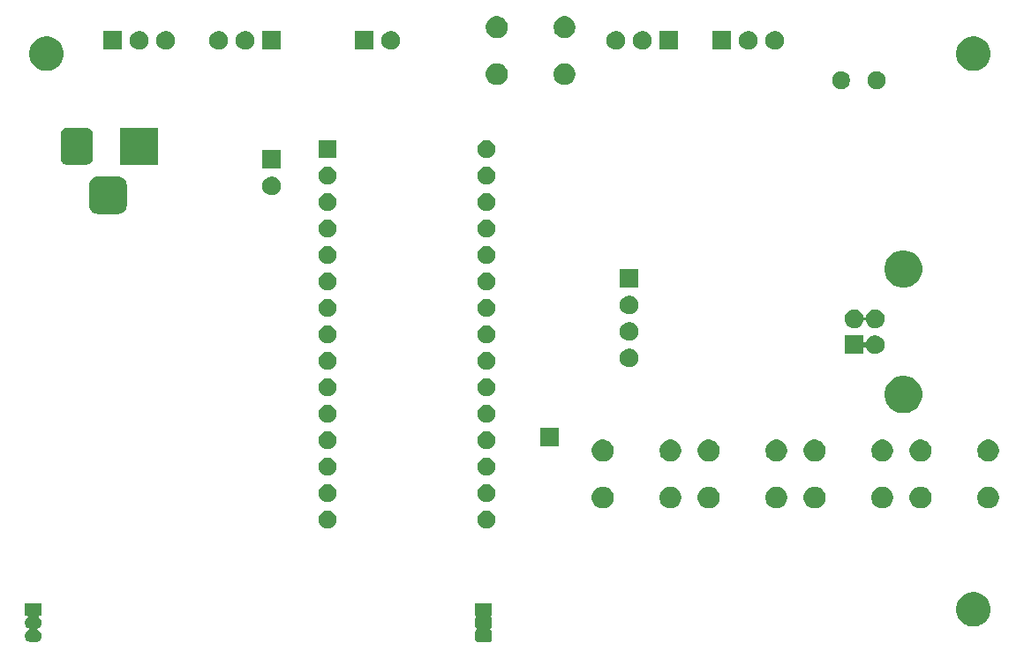
<source format=gbr>
G04 #@! TF.GenerationSoftware,KiCad,Pcbnew,(5.1.5)-3*
G04 #@! TF.CreationDate,2020-01-31T15:08:37+01:00*
G04 #@! TF.ProjectId,Greenkeeper,47726565-6e6b-4656-9570-65722e6b6963,1.0*
G04 #@! TF.SameCoordinates,Original*
G04 #@! TF.FileFunction,Soldermask,Bot*
G04 #@! TF.FilePolarity,Negative*
%FSLAX46Y46*%
G04 Gerber Fmt 4.6, Leading zero omitted, Abs format (unit mm)*
G04 Created by KiCad (PCBNEW (5.1.5)-3) date 2020-01-31 15:08:37*
%MOMM*%
%LPD*%
G04 APERTURE LIST*
%ADD10C,0.100000*%
G04 APERTURE END LIST*
D10*
G36*
X149391000Y-114885085D02*
G01*
X149389583Y-114885515D01*
X149367972Y-114897066D01*
X149349030Y-114912611D01*
X149333485Y-114931553D01*
X149321934Y-114953164D01*
X149314821Y-114976613D01*
X149312419Y-115000999D01*
X149314821Y-115025385D01*
X149321934Y-115048834D01*
X149333485Y-115070445D01*
X149340793Y-115080298D01*
X149352494Y-115094556D01*
X149373275Y-115133434D01*
X149386074Y-115175627D01*
X149391000Y-115225641D01*
X149391000Y-115914359D01*
X149386074Y-115964373D01*
X149373275Y-116006566D01*
X149352494Y-116045444D01*
X149324525Y-116079525D01*
X149289371Y-116108375D01*
X149272044Y-116125702D01*
X149258431Y-116146076D01*
X149249053Y-116168715D01*
X149244273Y-116192748D01*
X149244273Y-116217253D01*
X149249054Y-116241286D01*
X149258431Y-116263925D01*
X149272045Y-116284299D01*
X149289371Y-116301625D01*
X149324525Y-116330475D01*
X149352494Y-116364556D01*
X149373275Y-116403434D01*
X149386074Y-116445627D01*
X149391000Y-116495641D01*
X149391000Y-117184359D01*
X149386074Y-117234373D01*
X149373275Y-117276566D01*
X149352494Y-117315444D01*
X149324525Y-117349525D01*
X149290444Y-117377494D01*
X149251566Y-117398275D01*
X149209373Y-117411074D01*
X149159359Y-117416000D01*
X148020641Y-117416000D01*
X147970627Y-117411074D01*
X147928434Y-117398275D01*
X147889556Y-117377494D01*
X147855475Y-117349525D01*
X147827506Y-117315444D01*
X147806725Y-117276566D01*
X147793926Y-117234373D01*
X147789000Y-117184359D01*
X147789000Y-116495641D01*
X147793926Y-116445627D01*
X147806725Y-116403434D01*
X147827506Y-116364556D01*
X147855475Y-116330475D01*
X147890629Y-116301625D01*
X147907956Y-116284298D01*
X147921569Y-116263924D01*
X147930947Y-116241285D01*
X147935727Y-116217252D01*
X147935727Y-116192747D01*
X147930946Y-116168714D01*
X147921569Y-116146075D01*
X147907955Y-116125701D01*
X147890629Y-116108375D01*
X147855475Y-116079525D01*
X147827506Y-116045444D01*
X147806725Y-116006566D01*
X147793926Y-115964373D01*
X147789000Y-115914359D01*
X147789000Y-115225641D01*
X147793926Y-115175627D01*
X147806725Y-115133434D01*
X147827506Y-115094556D01*
X147839207Y-115080298D01*
X147852821Y-115059924D01*
X147862198Y-115037285D01*
X147866979Y-115013252D01*
X147866979Y-114988748D01*
X147862199Y-114964714D01*
X147852822Y-114942075D01*
X147839208Y-114921701D01*
X147821881Y-114904374D01*
X147801507Y-114890760D01*
X147789000Y-114885580D01*
X147789000Y-113724000D01*
X149391000Y-113724000D01*
X149391000Y-114885085D01*
G37*
G36*
X106211000Y-114876000D02*
G01*
X106046660Y-114876000D01*
X106022274Y-114878402D01*
X105998825Y-114885515D01*
X105977214Y-114897066D01*
X105958272Y-114912611D01*
X105942727Y-114931553D01*
X105931176Y-114953164D01*
X105924063Y-114976613D01*
X105921661Y-115000999D01*
X105924063Y-115025385D01*
X105931176Y-115048834D01*
X105942727Y-115070445D01*
X105958272Y-115089387D01*
X105967345Y-115097609D01*
X106044264Y-115160736D01*
X106116244Y-115248443D01*
X106134180Y-115282000D01*
X106169728Y-115348505D01*
X106169729Y-115348508D01*
X106202666Y-115457084D01*
X106213787Y-115570000D01*
X106202666Y-115682916D01*
X106178342Y-115763098D01*
X106169728Y-115791495D01*
X106150429Y-115827601D01*
X106116244Y-115891557D01*
X106044264Y-115979264D01*
X105956557Y-116051244D01*
X105875141Y-116094761D01*
X105854766Y-116108375D01*
X105837439Y-116125702D01*
X105823826Y-116146076D01*
X105814448Y-116168715D01*
X105809668Y-116192748D01*
X105809668Y-116217252D01*
X105814448Y-116241285D01*
X105823826Y-116263924D01*
X105837440Y-116284299D01*
X105854767Y-116301626D01*
X105875141Y-116315239D01*
X105956557Y-116358756D01*
X106044264Y-116430736D01*
X106116244Y-116518443D01*
X106134180Y-116552000D01*
X106169728Y-116618505D01*
X106169729Y-116618508D01*
X106202666Y-116727084D01*
X106213787Y-116840000D01*
X106202666Y-116952916D01*
X106169729Y-117061492D01*
X106169728Y-117061495D01*
X106150429Y-117097601D01*
X106116244Y-117161557D01*
X106044264Y-117249264D01*
X105956557Y-117321244D01*
X105903646Y-117349525D01*
X105856495Y-117374728D01*
X105856492Y-117374729D01*
X105747916Y-117407666D01*
X105663298Y-117416000D01*
X105156702Y-117416000D01*
X105072084Y-117407666D01*
X104963508Y-117374729D01*
X104963505Y-117374728D01*
X104916354Y-117349525D01*
X104863443Y-117321244D01*
X104775736Y-117249264D01*
X104703756Y-117161557D01*
X104669571Y-117097601D01*
X104650272Y-117061495D01*
X104650271Y-117061492D01*
X104617334Y-116952916D01*
X104606213Y-116840000D01*
X104617334Y-116727084D01*
X104650271Y-116618508D01*
X104650272Y-116618505D01*
X104685820Y-116552000D01*
X104703756Y-116518443D01*
X104775736Y-116430736D01*
X104863443Y-116358756D01*
X104944859Y-116315239D01*
X104965234Y-116301625D01*
X104982561Y-116284298D01*
X104996174Y-116263924D01*
X105005552Y-116241285D01*
X105010332Y-116217252D01*
X105010332Y-116192748D01*
X105005552Y-116168715D01*
X104996174Y-116146076D01*
X104982560Y-116125701D01*
X104965233Y-116108374D01*
X104944859Y-116094761D01*
X104863443Y-116051244D01*
X104775736Y-115979264D01*
X104703756Y-115891557D01*
X104669571Y-115827601D01*
X104650272Y-115791495D01*
X104641658Y-115763098D01*
X104617334Y-115682916D01*
X104606213Y-115570000D01*
X104617334Y-115457084D01*
X104650271Y-115348508D01*
X104650272Y-115348505D01*
X104685820Y-115282000D01*
X104703756Y-115248443D01*
X104775736Y-115160736D01*
X104852646Y-115097617D01*
X104869965Y-115080298D01*
X104883579Y-115059923D01*
X104892957Y-115037284D01*
X104897737Y-115013251D01*
X104897737Y-114988747D01*
X104892957Y-114964714D01*
X104883579Y-114942075D01*
X104869966Y-114921701D01*
X104852639Y-114904374D01*
X104832264Y-114890760D01*
X104809625Y-114881382D01*
X104785592Y-114876602D01*
X104773340Y-114876000D01*
X104609000Y-114876000D01*
X104609000Y-113724000D01*
X106211000Y-113724000D01*
X106211000Y-114876000D01*
G37*
G36*
X195955256Y-112691298D02*
G01*
X196061579Y-112712447D01*
X196362042Y-112836903D01*
X196632451Y-113017585D01*
X196862415Y-113247549D01*
X197043097Y-113517958D01*
X197167553Y-113818421D01*
X197231000Y-114137391D01*
X197231000Y-114462609D01*
X197167553Y-114781579D01*
X197113278Y-114912611D01*
X197043820Y-115080298D01*
X197043097Y-115082042D01*
X196862415Y-115352451D01*
X196632451Y-115582415D01*
X196362042Y-115763097D01*
X196362041Y-115763098D01*
X196362040Y-115763098D01*
X196293483Y-115791495D01*
X196061579Y-115887553D01*
X195955256Y-115908702D01*
X195742611Y-115951000D01*
X195417389Y-115951000D01*
X195204744Y-115908702D01*
X195098421Y-115887553D01*
X194866517Y-115791495D01*
X194797960Y-115763098D01*
X194797959Y-115763098D01*
X194797958Y-115763097D01*
X194527549Y-115582415D01*
X194297585Y-115352451D01*
X194116903Y-115082042D01*
X194116181Y-115080298D01*
X194046722Y-114912611D01*
X193992447Y-114781579D01*
X193929000Y-114462609D01*
X193929000Y-114137391D01*
X193992447Y-113818421D01*
X194116903Y-113517958D01*
X194297585Y-113247549D01*
X194527549Y-113017585D01*
X194797958Y-112836903D01*
X195098421Y-112712447D01*
X195204744Y-112691298D01*
X195417389Y-112649000D01*
X195742611Y-112649000D01*
X195955256Y-112691298D01*
G37*
G36*
X149123229Y-104866704D02*
G01*
X149278101Y-104930854D01*
X149417482Y-105023986D01*
X149536016Y-105142520D01*
X149629148Y-105281901D01*
X149693298Y-105436773D01*
X149726001Y-105601185D01*
X149726001Y-105768817D01*
X149693298Y-105933229D01*
X149629148Y-106088101D01*
X149536016Y-106227482D01*
X149417482Y-106346016D01*
X149278101Y-106439148D01*
X149123229Y-106503298D01*
X148958817Y-106536001D01*
X148791185Y-106536001D01*
X148626773Y-106503298D01*
X148471901Y-106439148D01*
X148332520Y-106346016D01*
X148213986Y-106227482D01*
X148120854Y-106088101D01*
X148056704Y-105933229D01*
X148024001Y-105768817D01*
X148024001Y-105601185D01*
X148056704Y-105436773D01*
X148120854Y-105281901D01*
X148213986Y-105142520D01*
X148332520Y-105023986D01*
X148471901Y-104930854D01*
X148626773Y-104866704D01*
X148791185Y-104834001D01*
X148958817Y-104834001D01*
X149123229Y-104866704D01*
G37*
G36*
X133883229Y-104866704D02*
G01*
X134038101Y-104930854D01*
X134177482Y-105023986D01*
X134296016Y-105142520D01*
X134389148Y-105281901D01*
X134453298Y-105436773D01*
X134486001Y-105601185D01*
X134486001Y-105768817D01*
X134453298Y-105933229D01*
X134389148Y-106088101D01*
X134296016Y-106227482D01*
X134177482Y-106346016D01*
X134038101Y-106439148D01*
X133883229Y-106503298D01*
X133718817Y-106536001D01*
X133551185Y-106536001D01*
X133386773Y-106503298D01*
X133231901Y-106439148D01*
X133092520Y-106346016D01*
X132973986Y-106227482D01*
X132880854Y-106088101D01*
X132816704Y-105933229D01*
X132784001Y-105768817D01*
X132784001Y-105601185D01*
X132816704Y-105436773D01*
X132880854Y-105281901D01*
X132973986Y-105142520D01*
X133092520Y-105023986D01*
X133231901Y-104930854D01*
X133386773Y-104866704D01*
X133551185Y-104834001D01*
X133718817Y-104834001D01*
X133883229Y-104866704D01*
G37*
G36*
X166826564Y-102549389D02*
G01*
X166954836Y-102602521D01*
X167017835Y-102628616D01*
X167187378Y-102741901D01*
X167189973Y-102743635D01*
X167336365Y-102890027D01*
X167451385Y-103062167D01*
X167530611Y-103253436D01*
X167571000Y-103456484D01*
X167571000Y-103663516D01*
X167530611Y-103866564D01*
X167451385Y-104057833D01*
X167451384Y-104057835D01*
X167336365Y-104229973D01*
X167189973Y-104376365D01*
X167017835Y-104491384D01*
X167017834Y-104491385D01*
X167017833Y-104491385D01*
X166826564Y-104570611D01*
X166623516Y-104611000D01*
X166416484Y-104611000D01*
X166213436Y-104570611D01*
X166022167Y-104491385D01*
X166022166Y-104491385D01*
X166022165Y-104491384D01*
X165850027Y-104376365D01*
X165703635Y-104229973D01*
X165588616Y-104057835D01*
X165588615Y-104057833D01*
X165509389Y-103866564D01*
X165469000Y-103663516D01*
X165469000Y-103456484D01*
X165509389Y-103253436D01*
X165588615Y-103062167D01*
X165703635Y-102890027D01*
X165850027Y-102743635D01*
X165852622Y-102741901D01*
X166022165Y-102628616D01*
X166085164Y-102602521D01*
X166213436Y-102549389D01*
X166416484Y-102509000D01*
X166623516Y-102509000D01*
X166826564Y-102549389D01*
G37*
G36*
X160326564Y-102549389D02*
G01*
X160454836Y-102602521D01*
X160517835Y-102628616D01*
X160687378Y-102741901D01*
X160689973Y-102743635D01*
X160836365Y-102890027D01*
X160951385Y-103062167D01*
X161030611Y-103253436D01*
X161071000Y-103456484D01*
X161071000Y-103663516D01*
X161030611Y-103866564D01*
X160951385Y-104057833D01*
X160951384Y-104057835D01*
X160836365Y-104229973D01*
X160689973Y-104376365D01*
X160517835Y-104491384D01*
X160517834Y-104491385D01*
X160517833Y-104491385D01*
X160326564Y-104570611D01*
X160123516Y-104611000D01*
X159916484Y-104611000D01*
X159713436Y-104570611D01*
X159522167Y-104491385D01*
X159522166Y-104491385D01*
X159522165Y-104491384D01*
X159350027Y-104376365D01*
X159203635Y-104229973D01*
X159088616Y-104057835D01*
X159088615Y-104057833D01*
X159009389Y-103866564D01*
X158969000Y-103663516D01*
X158969000Y-103456484D01*
X159009389Y-103253436D01*
X159088615Y-103062167D01*
X159203635Y-102890027D01*
X159350027Y-102743635D01*
X159352622Y-102741901D01*
X159522165Y-102628616D01*
X159585164Y-102602521D01*
X159713436Y-102549389D01*
X159916484Y-102509000D01*
X160123516Y-102509000D01*
X160326564Y-102549389D01*
G37*
G36*
X197306564Y-102549389D02*
G01*
X197434836Y-102602521D01*
X197497835Y-102628616D01*
X197667378Y-102741901D01*
X197669973Y-102743635D01*
X197816365Y-102890027D01*
X197931385Y-103062167D01*
X198010611Y-103253436D01*
X198051000Y-103456484D01*
X198051000Y-103663516D01*
X198010611Y-103866564D01*
X197931385Y-104057833D01*
X197931384Y-104057835D01*
X197816365Y-104229973D01*
X197669973Y-104376365D01*
X197497835Y-104491384D01*
X197497834Y-104491385D01*
X197497833Y-104491385D01*
X197306564Y-104570611D01*
X197103516Y-104611000D01*
X196896484Y-104611000D01*
X196693436Y-104570611D01*
X196502167Y-104491385D01*
X196502166Y-104491385D01*
X196502165Y-104491384D01*
X196330027Y-104376365D01*
X196183635Y-104229973D01*
X196068616Y-104057835D01*
X196068615Y-104057833D01*
X195989389Y-103866564D01*
X195949000Y-103663516D01*
X195949000Y-103456484D01*
X195989389Y-103253436D01*
X196068615Y-103062167D01*
X196183635Y-102890027D01*
X196330027Y-102743635D01*
X196332622Y-102741901D01*
X196502165Y-102628616D01*
X196565164Y-102602521D01*
X196693436Y-102549389D01*
X196896484Y-102509000D01*
X197103516Y-102509000D01*
X197306564Y-102549389D01*
G37*
G36*
X190806564Y-102549389D02*
G01*
X190934836Y-102602521D01*
X190997835Y-102628616D01*
X191167378Y-102741901D01*
X191169973Y-102743635D01*
X191316365Y-102890027D01*
X191431385Y-103062167D01*
X191510611Y-103253436D01*
X191551000Y-103456484D01*
X191551000Y-103663516D01*
X191510611Y-103866564D01*
X191431385Y-104057833D01*
X191431384Y-104057835D01*
X191316365Y-104229973D01*
X191169973Y-104376365D01*
X190997835Y-104491384D01*
X190997834Y-104491385D01*
X190997833Y-104491385D01*
X190806564Y-104570611D01*
X190603516Y-104611000D01*
X190396484Y-104611000D01*
X190193436Y-104570611D01*
X190002167Y-104491385D01*
X190002166Y-104491385D01*
X190002165Y-104491384D01*
X189830027Y-104376365D01*
X189683635Y-104229973D01*
X189568616Y-104057835D01*
X189568615Y-104057833D01*
X189489389Y-103866564D01*
X189449000Y-103663516D01*
X189449000Y-103456484D01*
X189489389Y-103253436D01*
X189568615Y-103062167D01*
X189683635Y-102890027D01*
X189830027Y-102743635D01*
X189832622Y-102741901D01*
X190002165Y-102628616D01*
X190065164Y-102602521D01*
X190193436Y-102549389D01*
X190396484Y-102509000D01*
X190603516Y-102509000D01*
X190806564Y-102549389D01*
G37*
G36*
X180646564Y-102549389D02*
G01*
X180774836Y-102602521D01*
X180837835Y-102628616D01*
X181007378Y-102741901D01*
X181009973Y-102743635D01*
X181156365Y-102890027D01*
X181271385Y-103062167D01*
X181350611Y-103253436D01*
X181391000Y-103456484D01*
X181391000Y-103663516D01*
X181350611Y-103866564D01*
X181271385Y-104057833D01*
X181271384Y-104057835D01*
X181156365Y-104229973D01*
X181009973Y-104376365D01*
X180837835Y-104491384D01*
X180837834Y-104491385D01*
X180837833Y-104491385D01*
X180646564Y-104570611D01*
X180443516Y-104611000D01*
X180236484Y-104611000D01*
X180033436Y-104570611D01*
X179842167Y-104491385D01*
X179842166Y-104491385D01*
X179842165Y-104491384D01*
X179670027Y-104376365D01*
X179523635Y-104229973D01*
X179408616Y-104057835D01*
X179408615Y-104057833D01*
X179329389Y-103866564D01*
X179289000Y-103663516D01*
X179289000Y-103456484D01*
X179329389Y-103253436D01*
X179408615Y-103062167D01*
X179523635Y-102890027D01*
X179670027Y-102743635D01*
X179672622Y-102741901D01*
X179842165Y-102628616D01*
X179905164Y-102602521D01*
X180033436Y-102549389D01*
X180236484Y-102509000D01*
X180443516Y-102509000D01*
X180646564Y-102549389D01*
G37*
G36*
X187146564Y-102549389D02*
G01*
X187274836Y-102602521D01*
X187337835Y-102628616D01*
X187507378Y-102741901D01*
X187509973Y-102743635D01*
X187656365Y-102890027D01*
X187771385Y-103062167D01*
X187850611Y-103253436D01*
X187891000Y-103456484D01*
X187891000Y-103663516D01*
X187850611Y-103866564D01*
X187771385Y-104057833D01*
X187771384Y-104057835D01*
X187656365Y-104229973D01*
X187509973Y-104376365D01*
X187337835Y-104491384D01*
X187337834Y-104491385D01*
X187337833Y-104491385D01*
X187146564Y-104570611D01*
X186943516Y-104611000D01*
X186736484Y-104611000D01*
X186533436Y-104570611D01*
X186342167Y-104491385D01*
X186342166Y-104491385D01*
X186342165Y-104491384D01*
X186170027Y-104376365D01*
X186023635Y-104229973D01*
X185908616Y-104057835D01*
X185908615Y-104057833D01*
X185829389Y-103866564D01*
X185789000Y-103663516D01*
X185789000Y-103456484D01*
X185829389Y-103253436D01*
X185908615Y-103062167D01*
X186023635Y-102890027D01*
X186170027Y-102743635D01*
X186172622Y-102741901D01*
X186342165Y-102628616D01*
X186405164Y-102602521D01*
X186533436Y-102549389D01*
X186736484Y-102509000D01*
X186943516Y-102509000D01*
X187146564Y-102549389D01*
G37*
G36*
X170486564Y-102549389D02*
G01*
X170614836Y-102602521D01*
X170677835Y-102628616D01*
X170847378Y-102741901D01*
X170849973Y-102743635D01*
X170996365Y-102890027D01*
X171111385Y-103062167D01*
X171190611Y-103253436D01*
X171231000Y-103456484D01*
X171231000Y-103663516D01*
X171190611Y-103866564D01*
X171111385Y-104057833D01*
X171111384Y-104057835D01*
X170996365Y-104229973D01*
X170849973Y-104376365D01*
X170677835Y-104491384D01*
X170677834Y-104491385D01*
X170677833Y-104491385D01*
X170486564Y-104570611D01*
X170283516Y-104611000D01*
X170076484Y-104611000D01*
X169873436Y-104570611D01*
X169682167Y-104491385D01*
X169682166Y-104491385D01*
X169682165Y-104491384D01*
X169510027Y-104376365D01*
X169363635Y-104229973D01*
X169248616Y-104057835D01*
X169248615Y-104057833D01*
X169169389Y-103866564D01*
X169129000Y-103663516D01*
X169129000Y-103456484D01*
X169169389Y-103253436D01*
X169248615Y-103062167D01*
X169363635Y-102890027D01*
X169510027Y-102743635D01*
X169512622Y-102741901D01*
X169682165Y-102628616D01*
X169745164Y-102602521D01*
X169873436Y-102549389D01*
X170076484Y-102509000D01*
X170283516Y-102509000D01*
X170486564Y-102549389D01*
G37*
G36*
X176986564Y-102549389D02*
G01*
X177114836Y-102602521D01*
X177177835Y-102628616D01*
X177347378Y-102741901D01*
X177349973Y-102743635D01*
X177496365Y-102890027D01*
X177611385Y-103062167D01*
X177690611Y-103253436D01*
X177731000Y-103456484D01*
X177731000Y-103663516D01*
X177690611Y-103866564D01*
X177611385Y-104057833D01*
X177611384Y-104057835D01*
X177496365Y-104229973D01*
X177349973Y-104376365D01*
X177177835Y-104491384D01*
X177177834Y-104491385D01*
X177177833Y-104491385D01*
X176986564Y-104570611D01*
X176783516Y-104611000D01*
X176576484Y-104611000D01*
X176373436Y-104570611D01*
X176182167Y-104491385D01*
X176182166Y-104491385D01*
X176182165Y-104491384D01*
X176010027Y-104376365D01*
X175863635Y-104229973D01*
X175748616Y-104057835D01*
X175748615Y-104057833D01*
X175669389Y-103866564D01*
X175629000Y-103663516D01*
X175629000Y-103456484D01*
X175669389Y-103253436D01*
X175748615Y-103062167D01*
X175863635Y-102890027D01*
X176010027Y-102743635D01*
X176012622Y-102741901D01*
X176182165Y-102628616D01*
X176245164Y-102602521D01*
X176373436Y-102549389D01*
X176576484Y-102509000D01*
X176783516Y-102509000D01*
X176986564Y-102549389D01*
G37*
G36*
X133883229Y-102326704D02*
G01*
X134038101Y-102390854D01*
X134177482Y-102483986D01*
X134296016Y-102602520D01*
X134389148Y-102741901D01*
X134453298Y-102896773D01*
X134486001Y-103061185D01*
X134486001Y-103228817D01*
X134453298Y-103393229D01*
X134389148Y-103548101D01*
X134296016Y-103687482D01*
X134177482Y-103806016D01*
X134038101Y-103899148D01*
X133883229Y-103963298D01*
X133718817Y-103996001D01*
X133551185Y-103996001D01*
X133386773Y-103963298D01*
X133231901Y-103899148D01*
X133092520Y-103806016D01*
X132973986Y-103687482D01*
X132880854Y-103548101D01*
X132816704Y-103393229D01*
X132784001Y-103228817D01*
X132784001Y-103061185D01*
X132816704Y-102896773D01*
X132880854Y-102741901D01*
X132973986Y-102602520D01*
X133092520Y-102483986D01*
X133231901Y-102390854D01*
X133386773Y-102326704D01*
X133551185Y-102294001D01*
X133718817Y-102294001D01*
X133883229Y-102326704D01*
G37*
G36*
X149123229Y-102326704D02*
G01*
X149278101Y-102390854D01*
X149417482Y-102483986D01*
X149536016Y-102602520D01*
X149629148Y-102741901D01*
X149693298Y-102896773D01*
X149726001Y-103061185D01*
X149726001Y-103228817D01*
X149693298Y-103393229D01*
X149629148Y-103548101D01*
X149536016Y-103687482D01*
X149417482Y-103806016D01*
X149278101Y-103899148D01*
X149123229Y-103963298D01*
X148958817Y-103996001D01*
X148791185Y-103996001D01*
X148626773Y-103963298D01*
X148471901Y-103899148D01*
X148332520Y-103806016D01*
X148213986Y-103687482D01*
X148120854Y-103548101D01*
X148056704Y-103393229D01*
X148024001Y-103228817D01*
X148024001Y-103061185D01*
X148056704Y-102896773D01*
X148120854Y-102741901D01*
X148213986Y-102602520D01*
X148332520Y-102483986D01*
X148471901Y-102390854D01*
X148626773Y-102326704D01*
X148791185Y-102294001D01*
X148958817Y-102294001D01*
X149123229Y-102326704D01*
G37*
G36*
X149123229Y-99786704D02*
G01*
X149278101Y-99850854D01*
X149417482Y-99943986D01*
X149536016Y-100062520D01*
X149629148Y-100201901D01*
X149693298Y-100356773D01*
X149726001Y-100521185D01*
X149726001Y-100688817D01*
X149693298Y-100853229D01*
X149629148Y-101008101D01*
X149536016Y-101147482D01*
X149417482Y-101266016D01*
X149278101Y-101359148D01*
X149123229Y-101423298D01*
X148958817Y-101456001D01*
X148791185Y-101456001D01*
X148626773Y-101423298D01*
X148471901Y-101359148D01*
X148332520Y-101266016D01*
X148213986Y-101147482D01*
X148120854Y-101008101D01*
X148056704Y-100853229D01*
X148024001Y-100688817D01*
X148024001Y-100521185D01*
X148056704Y-100356773D01*
X148120854Y-100201901D01*
X148213986Y-100062520D01*
X148332520Y-99943986D01*
X148471901Y-99850854D01*
X148626773Y-99786704D01*
X148791185Y-99754001D01*
X148958817Y-99754001D01*
X149123229Y-99786704D01*
G37*
G36*
X133883229Y-99786704D02*
G01*
X134038101Y-99850854D01*
X134177482Y-99943986D01*
X134296016Y-100062520D01*
X134389148Y-100201901D01*
X134453298Y-100356773D01*
X134486001Y-100521185D01*
X134486001Y-100688817D01*
X134453298Y-100853229D01*
X134389148Y-101008101D01*
X134296016Y-101147482D01*
X134177482Y-101266016D01*
X134038101Y-101359148D01*
X133883229Y-101423298D01*
X133718817Y-101456001D01*
X133551185Y-101456001D01*
X133386773Y-101423298D01*
X133231901Y-101359148D01*
X133092520Y-101266016D01*
X132973986Y-101147482D01*
X132880854Y-101008101D01*
X132816704Y-100853229D01*
X132784001Y-100688817D01*
X132784001Y-100521185D01*
X132816704Y-100356773D01*
X132880854Y-100201901D01*
X132973986Y-100062520D01*
X133092520Y-99943986D01*
X133231901Y-99850854D01*
X133386773Y-99786704D01*
X133551185Y-99754001D01*
X133718817Y-99754001D01*
X133883229Y-99786704D01*
G37*
G36*
X166826564Y-98049389D02*
G01*
X167017833Y-98128615D01*
X167017835Y-98128616D01*
X167048066Y-98148816D01*
X167189973Y-98243635D01*
X167336365Y-98390027D01*
X167451385Y-98562167D01*
X167530611Y-98753436D01*
X167571000Y-98956484D01*
X167571000Y-99163516D01*
X167530611Y-99366564D01*
X167451385Y-99557833D01*
X167451384Y-99557835D01*
X167336365Y-99729973D01*
X167189973Y-99876365D01*
X167017835Y-99991384D01*
X167017834Y-99991385D01*
X167017833Y-99991385D01*
X166826564Y-100070611D01*
X166623516Y-100111000D01*
X166416484Y-100111000D01*
X166213436Y-100070611D01*
X166022167Y-99991385D01*
X166022166Y-99991385D01*
X166022165Y-99991384D01*
X165850027Y-99876365D01*
X165703635Y-99729973D01*
X165588616Y-99557835D01*
X165588615Y-99557833D01*
X165509389Y-99366564D01*
X165469000Y-99163516D01*
X165469000Y-98956484D01*
X165509389Y-98753436D01*
X165588615Y-98562167D01*
X165703635Y-98390027D01*
X165850027Y-98243635D01*
X165991934Y-98148816D01*
X166022165Y-98128616D01*
X166022167Y-98128615D01*
X166213436Y-98049389D01*
X166416484Y-98009000D01*
X166623516Y-98009000D01*
X166826564Y-98049389D01*
G37*
G36*
X160326564Y-98049389D02*
G01*
X160517833Y-98128615D01*
X160517835Y-98128616D01*
X160548066Y-98148816D01*
X160689973Y-98243635D01*
X160836365Y-98390027D01*
X160951385Y-98562167D01*
X161030611Y-98753436D01*
X161071000Y-98956484D01*
X161071000Y-99163516D01*
X161030611Y-99366564D01*
X160951385Y-99557833D01*
X160951384Y-99557835D01*
X160836365Y-99729973D01*
X160689973Y-99876365D01*
X160517835Y-99991384D01*
X160517834Y-99991385D01*
X160517833Y-99991385D01*
X160326564Y-100070611D01*
X160123516Y-100111000D01*
X159916484Y-100111000D01*
X159713436Y-100070611D01*
X159522167Y-99991385D01*
X159522166Y-99991385D01*
X159522165Y-99991384D01*
X159350027Y-99876365D01*
X159203635Y-99729973D01*
X159088616Y-99557835D01*
X159088615Y-99557833D01*
X159009389Y-99366564D01*
X158969000Y-99163516D01*
X158969000Y-98956484D01*
X159009389Y-98753436D01*
X159088615Y-98562167D01*
X159203635Y-98390027D01*
X159350027Y-98243635D01*
X159491934Y-98148816D01*
X159522165Y-98128616D01*
X159522167Y-98128615D01*
X159713436Y-98049389D01*
X159916484Y-98009000D01*
X160123516Y-98009000D01*
X160326564Y-98049389D01*
G37*
G36*
X170486564Y-98049389D02*
G01*
X170677833Y-98128615D01*
X170677835Y-98128616D01*
X170708066Y-98148816D01*
X170849973Y-98243635D01*
X170996365Y-98390027D01*
X171111385Y-98562167D01*
X171190611Y-98753436D01*
X171231000Y-98956484D01*
X171231000Y-99163516D01*
X171190611Y-99366564D01*
X171111385Y-99557833D01*
X171111384Y-99557835D01*
X170996365Y-99729973D01*
X170849973Y-99876365D01*
X170677835Y-99991384D01*
X170677834Y-99991385D01*
X170677833Y-99991385D01*
X170486564Y-100070611D01*
X170283516Y-100111000D01*
X170076484Y-100111000D01*
X169873436Y-100070611D01*
X169682167Y-99991385D01*
X169682166Y-99991385D01*
X169682165Y-99991384D01*
X169510027Y-99876365D01*
X169363635Y-99729973D01*
X169248616Y-99557835D01*
X169248615Y-99557833D01*
X169169389Y-99366564D01*
X169129000Y-99163516D01*
X169129000Y-98956484D01*
X169169389Y-98753436D01*
X169248615Y-98562167D01*
X169363635Y-98390027D01*
X169510027Y-98243635D01*
X169651934Y-98148816D01*
X169682165Y-98128616D01*
X169682167Y-98128615D01*
X169873436Y-98049389D01*
X170076484Y-98009000D01*
X170283516Y-98009000D01*
X170486564Y-98049389D01*
G37*
G36*
X176986564Y-98049389D02*
G01*
X177177833Y-98128615D01*
X177177835Y-98128616D01*
X177208066Y-98148816D01*
X177349973Y-98243635D01*
X177496365Y-98390027D01*
X177611385Y-98562167D01*
X177690611Y-98753436D01*
X177731000Y-98956484D01*
X177731000Y-99163516D01*
X177690611Y-99366564D01*
X177611385Y-99557833D01*
X177611384Y-99557835D01*
X177496365Y-99729973D01*
X177349973Y-99876365D01*
X177177835Y-99991384D01*
X177177834Y-99991385D01*
X177177833Y-99991385D01*
X176986564Y-100070611D01*
X176783516Y-100111000D01*
X176576484Y-100111000D01*
X176373436Y-100070611D01*
X176182167Y-99991385D01*
X176182166Y-99991385D01*
X176182165Y-99991384D01*
X176010027Y-99876365D01*
X175863635Y-99729973D01*
X175748616Y-99557835D01*
X175748615Y-99557833D01*
X175669389Y-99366564D01*
X175629000Y-99163516D01*
X175629000Y-98956484D01*
X175669389Y-98753436D01*
X175748615Y-98562167D01*
X175863635Y-98390027D01*
X176010027Y-98243635D01*
X176151934Y-98148816D01*
X176182165Y-98128616D01*
X176182167Y-98128615D01*
X176373436Y-98049389D01*
X176576484Y-98009000D01*
X176783516Y-98009000D01*
X176986564Y-98049389D01*
G37*
G36*
X190806564Y-98049389D02*
G01*
X190997833Y-98128615D01*
X190997835Y-98128616D01*
X191028066Y-98148816D01*
X191169973Y-98243635D01*
X191316365Y-98390027D01*
X191431385Y-98562167D01*
X191510611Y-98753436D01*
X191551000Y-98956484D01*
X191551000Y-99163516D01*
X191510611Y-99366564D01*
X191431385Y-99557833D01*
X191431384Y-99557835D01*
X191316365Y-99729973D01*
X191169973Y-99876365D01*
X190997835Y-99991384D01*
X190997834Y-99991385D01*
X190997833Y-99991385D01*
X190806564Y-100070611D01*
X190603516Y-100111000D01*
X190396484Y-100111000D01*
X190193436Y-100070611D01*
X190002167Y-99991385D01*
X190002166Y-99991385D01*
X190002165Y-99991384D01*
X189830027Y-99876365D01*
X189683635Y-99729973D01*
X189568616Y-99557835D01*
X189568615Y-99557833D01*
X189489389Y-99366564D01*
X189449000Y-99163516D01*
X189449000Y-98956484D01*
X189489389Y-98753436D01*
X189568615Y-98562167D01*
X189683635Y-98390027D01*
X189830027Y-98243635D01*
X189971934Y-98148816D01*
X190002165Y-98128616D01*
X190002167Y-98128615D01*
X190193436Y-98049389D01*
X190396484Y-98009000D01*
X190603516Y-98009000D01*
X190806564Y-98049389D01*
G37*
G36*
X187146564Y-98049389D02*
G01*
X187337833Y-98128615D01*
X187337835Y-98128616D01*
X187368066Y-98148816D01*
X187509973Y-98243635D01*
X187656365Y-98390027D01*
X187771385Y-98562167D01*
X187850611Y-98753436D01*
X187891000Y-98956484D01*
X187891000Y-99163516D01*
X187850611Y-99366564D01*
X187771385Y-99557833D01*
X187771384Y-99557835D01*
X187656365Y-99729973D01*
X187509973Y-99876365D01*
X187337835Y-99991384D01*
X187337834Y-99991385D01*
X187337833Y-99991385D01*
X187146564Y-100070611D01*
X186943516Y-100111000D01*
X186736484Y-100111000D01*
X186533436Y-100070611D01*
X186342167Y-99991385D01*
X186342166Y-99991385D01*
X186342165Y-99991384D01*
X186170027Y-99876365D01*
X186023635Y-99729973D01*
X185908616Y-99557835D01*
X185908615Y-99557833D01*
X185829389Y-99366564D01*
X185789000Y-99163516D01*
X185789000Y-98956484D01*
X185829389Y-98753436D01*
X185908615Y-98562167D01*
X186023635Y-98390027D01*
X186170027Y-98243635D01*
X186311934Y-98148816D01*
X186342165Y-98128616D01*
X186342167Y-98128615D01*
X186533436Y-98049389D01*
X186736484Y-98009000D01*
X186943516Y-98009000D01*
X187146564Y-98049389D01*
G37*
G36*
X197306564Y-98049389D02*
G01*
X197497833Y-98128615D01*
X197497835Y-98128616D01*
X197528066Y-98148816D01*
X197669973Y-98243635D01*
X197816365Y-98390027D01*
X197931385Y-98562167D01*
X198010611Y-98753436D01*
X198051000Y-98956484D01*
X198051000Y-99163516D01*
X198010611Y-99366564D01*
X197931385Y-99557833D01*
X197931384Y-99557835D01*
X197816365Y-99729973D01*
X197669973Y-99876365D01*
X197497835Y-99991384D01*
X197497834Y-99991385D01*
X197497833Y-99991385D01*
X197306564Y-100070611D01*
X197103516Y-100111000D01*
X196896484Y-100111000D01*
X196693436Y-100070611D01*
X196502167Y-99991385D01*
X196502166Y-99991385D01*
X196502165Y-99991384D01*
X196330027Y-99876365D01*
X196183635Y-99729973D01*
X196068616Y-99557835D01*
X196068615Y-99557833D01*
X195989389Y-99366564D01*
X195949000Y-99163516D01*
X195949000Y-98956484D01*
X195989389Y-98753436D01*
X196068615Y-98562167D01*
X196183635Y-98390027D01*
X196330027Y-98243635D01*
X196471934Y-98148816D01*
X196502165Y-98128616D01*
X196502167Y-98128615D01*
X196693436Y-98049389D01*
X196896484Y-98009000D01*
X197103516Y-98009000D01*
X197306564Y-98049389D01*
G37*
G36*
X180646564Y-98049389D02*
G01*
X180837833Y-98128615D01*
X180837835Y-98128616D01*
X180868066Y-98148816D01*
X181009973Y-98243635D01*
X181156365Y-98390027D01*
X181271385Y-98562167D01*
X181350611Y-98753436D01*
X181391000Y-98956484D01*
X181391000Y-99163516D01*
X181350611Y-99366564D01*
X181271385Y-99557833D01*
X181271384Y-99557835D01*
X181156365Y-99729973D01*
X181009973Y-99876365D01*
X180837835Y-99991384D01*
X180837834Y-99991385D01*
X180837833Y-99991385D01*
X180646564Y-100070611D01*
X180443516Y-100111000D01*
X180236484Y-100111000D01*
X180033436Y-100070611D01*
X179842167Y-99991385D01*
X179842166Y-99991385D01*
X179842165Y-99991384D01*
X179670027Y-99876365D01*
X179523635Y-99729973D01*
X179408616Y-99557835D01*
X179408615Y-99557833D01*
X179329389Y-99366564D01*
X179289000Y-99163516D01*
X179289000Y-98956484D01*
X179329389Y-98753436D01*
X179408615Y-98562167D01*
X179523635Y-98390027D01*
X179670027Y-98243635D01*
X179811934Y-98148816D01*
X179842165Y-98128616D01*
X179842167Y-98128615D01*
X180033436Y-98049389D01*
X180236484Y-98009000D01*
X180443516Y-98009000D01*
X180646564Y-98049389D01*
G37*
G36*
X133883229Y-97246704D02*
G01*
X134038101Y-97310854D01*
X134177482Y-97403986D01*
X134296016Y-97522520D01*
X134389148Y-97661901D01*
X134453298Y-97816773D01*
X134486001Y-97981185D01*
X134486001Y-98148817D01*
X134453298Y-98313229D01*
X134389148Y-98468101D01*
X134296016Y-98607482D01*
X134177482Y-98726016D01*
X134038101Y-98819148D01*
X133883229Y-98883298D01*
X133718817Y-98916001D01*
X133551185Y-98916001D01*
X133386773Y-98883298D01*
X133231901Y-98819148D01*
X133092520Y-98726016D01*
X132973986Y-98607482D01*
X132880854Y-98468101D01*
X132816704Y-98313229D01*
X132784001Y-98148817D01*
X132784001Y-97981185D01*
X132816704Y-97816773D01*
X132880854Y-97661901D01*
X132973986Y-97522520D01*
X133092520Y-97403986D01*
X133231901Y-97310854D01*
X133386773Y-97246704D01*
X133551185Y-97214001D01*
X133718817Y-97214001D01*
X133883229Y-97246704D01*
G37*
G36*
X149123229Y-97246704D02*
G01*
X149278101Y-97310854D01*
X149417482Y-97403986D01*
X149536016Y-97522520D01*
X149629148Y-97661901D01*
X149693298Y-97816773D01*
X149726001Y-97981185D01*
X149726001Y-98148817D01*
X149693298Y-98313229D01*
X149629148Y-98468101D01*
X149536016Y-98607482D01*
X149417482Y-98726016D01*
X149278101Y-98819148D01*
X149123229Y-98883298D01*
X148958817Y-98916001D01*
X148791185Y-98916001D01*
X148626773Y-98883298D01*
X148471901Y-98819148D01*
X148332520Y-98726016D01*
X148213986Y-98607482D01*
X148120854Y-98468101D01*
X148056704Y-98313229D01*
X148024001Y-98148817D01*
X148024001Y-97981185D01*
X148056704Y-97816773D01*
X148120854Y-97661901D01*
X148213986Y-97522520D01*
X148332520Y-97403986D01*
X148471901Y-97310854D01*
X148626773Y-97246704D01*
X148791185Y-97214001D01*
X148958817Y-97214001D01*
X149123229Y-97246704D01*
G37*
G36*
X155841000Y-98691000D02*
G01*
X154039000Y-98691000D01*
X154039000Y-96889000D01*
X155841000Y-96889000D01*
X155841000Y-98691000D01*
G37*
G36*
X133883229Y-94706704D02*
G01*
X134038101Y-94770854D01*
X134177482Y-94863986D01*
X134296016Y-94982520D01*
X134389148Y-95121901D01*
X134453298Y-95276773D01*
X134486001Y-95441185D01*
X134486001Y-95608817D01*
X134453298Y-95773229D01*
X134389148Y-95928101D01*
X134296016Y-96067482D01*
X134177482Y-96186016D01*
X134038101Y-96279148D01*
X133883229Y-96343298D01*
X133718817Y-96376001D01*
X133551185Y-96376001D01*
X133386773Y-96343298D01*
X133231901Y-96279148D01*
X133092520Y-96186016D01*
X132973986Y-96067482D01*
X132880854Y-95928101D01*
X132816704Y-95773229D01*
X132784001Y-95608817D01*
X132784001Y-95441185D01*
X132816704Y-95276773D01*
X132880854Y-95121901D01*
X132973986Y-94982520D01*
X133092520Y-94863986D01*
X133231901Y-94770854D01*
X133386773Y-94706704D01*
X133551185Y-94674001D01*
X133718817Y-94674001D01*
X133883229Y-94706704D01*
G37*
G36*
X149123229Y-94706704D02*
G01*
X149278101Y-94770854D01*
X149417482Y-94863986D01*
X149536016Y-94982520D01*
X149629148Y-95121901D01*
X149693298Y-95276773D01*
X149726001Y-95441185D01*
X149726001Y-95608817D01*
X149693298Y-95773229D01*
X149629148Y-95928101D01*
X149536016Y-96067482D01*
X149417482Y-96186016D01*
X149278101Y-96279148D01*
X149123229Y-96343298D01*
X148958817Y-96376001D01*
X148791185Y-96376001D01*
X148626773Y-96343298D01*
X148471901Y-96279148D01*
X148332520Y-96186016D01*
X148213986Y-96067482D01*
X148120854Y-95928101D01*
X148056704Y-95773229D01*
X148024001Y-95608817D01*
X148024001Y-95441185D01*
X148056704Y-95276773D01*
X148120854Y-95121901D01*
X148213986Y-94982520D01*
X148332520Y-94863986D01*
X148471901Y-94770854D01*
X148626773Y-94706704D01*
X148791185Y-94674001D01*
X148958817Y-94674001D01*
X149123229Y-94706704D01*
G37*
G36*
X189385331Y-91938211D02*
G01*
X189713092Y-92073974D01*
X190008070Y-92271072D01*
X190258928Y-92521930D01*
X190456026Y-92816908D01*
X190591789Y-93144669D01*
X190661000Y-93492616D01*
X190661000Y-93847384D01*
X190591789Y-94195331D01*
X190456026Y-94523092D01*
X190258928Y-94818070D01*
X190008070Y-95068928D01*
X189713092Y-95266026D01*
X189385331Y-95401789D01*
X189037384Y-95471000D01*
X188682616Y-95471000D01*
X188334669Y-95401789D01*
X188006908Y-95266026D01*
X187711930Y-95068928D01*
X187461072Y-94818070D01*
X187263974Y-94523092D01*
X187128211Y-94195331D01*
X187059000Y-93847384D01*
X187059000Y-93492616D01*
X187128211Y-93144669D01*
X187263974Y-92816908D01*
X187461072Y-92521930D01*
X187711930Y-92271072D01*
X188006908Y-92073974D01*
X188334669Y-91938211D01*
X188682616Y-91869000D01*
X189037384Y-91869000D01*
X189385331Y-91938211D01*
G37*
G36*
X133883229Y-92166704D02*
G01*
X134038101Y-92230854D01*
X134177482Y-92323986D01*
X134296016Y-92442520D01*
X134389148Y-92581901D01*
X134453298Y-92736773D01*
X134486001Y-92901185D01*
X134486001Y-93068817D01*
X134453298Y-93233229D01*
X134389148Y-93388101D01*
X134296016Y-93527482D01*
X134177482Y-93646016D01*
X134038101Y-93739148D01*
X133883229Y-93803298D01*
X133718817Y-93836001D01*
X133551185Y-93836001D01*
X133386773Y-93803298D01*
X133231901Y-93739148D01*
X133092520Y-93646016D01*
X132973986Y-93527482D01*
X132880854Y-93388101D01*
X132816704Y-93233229D01*
X132784001Y-93068817D01*
X132784001Y-92901185D01*
X132816704Y-92736773D01*
X132880854Y-92581901D01*
X132973986Y-92442520D01*
X133092520Y-92323986D01*
X133231901Y-92230854D01*
X133386773Y-92166704D01*
X133551185Y-92134001D01*
X133718817Y-92134001D01*
X133883229Y-92166704D01*
G37*
G36*
X149123229Y-92166704D02*
G01*
X149278101Y-92230854D01*
X149417482Y-92323986D01*
X149536016Y-92442520D01*
X149629148Y-92581901D01*
X149693298Y-92736773D01*
X149726001Y-92901185D01*
X149726001Y-93068817D01*
X149693298Y-93233229D01*
X149629148Y-93388101D01*
X149536016Y-93527482D01*
X149417482Y-93646016D01*
X149278101Y-93739148D01*
X149123229Y-93803298D01*
X148958817Y-93836001D01*
X148791185Y-93836001D01*
X148626773Y-93803298D01*
X148471901Y-93739148D01*
X148332520Y-93646016D01*
X148213986Y-93527482D01*
X148120854Y-93388101D01*
X148056704Y-93233229D01*
X148024001Y-93068817D01*
X148024001Y-92901185D01*
X148056704Y-92736773D01*
X148120854Y-92581901D01*
X148213986Y-92442520D01*
X148332520Y-92323986D01*
X148471901Y-92230854D01*
X148626773Y-92166704D01*
X148791185Y-92134001D01*
X148958817Y-92134001D01*
X149123229Y-92166704D01*
G37*
G36*
X149123229Y-89626704D02*
G01*
X149278101Y-89690854D01*
X149417482Y-89783986D01*
X149536016Y-89902520D01*
X149629148Y-90041901D01*
X149693298Y-90196773D01*
X149726001Y-90361185D01*
X149726001Y-90528817D01*
X149693298Y-90693229D01*
X149629148Y-90848101D01*
X149536016Y-90987482D01*
X149417482Y-91106016D01*
X149278101Y-91199148D01*
X149123229Y-91263298D01*
X148958817Y-91296001D01*
X148791185Y-91296001D01*
X148626773Y-91263298D01*
X148471901Y-91199148D01*
X148332520Y-91106016D01*
X148213986Y-90987482D01*
X148120854Y-90848101D01*
X148056704Y-90693229D01*
X148024001Y-90528817D01*
X148024001Y-90361185D01*
X148056704Y-90196773D01*
X148120854Y-90041901D01*
X148213986Y-89902520D01*
X148332520Y-89783986D01*
X148471901Y-89690854D01*
X148626773Y-89626704D01*
X148791185Y-89594001D01*
X148958817Y-89594001D01*
X149123229Y-89626704D01*
G37*
G36*
X133883229Y-89626704D02*
G01*
X134038101Y-89690854D01*
X134177482Y-89783986D01*
X134296016Y-89902520D01*
X134389148Y-90041901D01*
X134453298Y-90196773D01*
X134486001Y-90361185D01*
X134486001Y-90528817D01*
X134453298Y-90693229D01*
X134389148Y-90848101D01*
X134296016Y-90987482D01*
X134177482Y-91106016D01*
X134038101Y-91199148D01*
X133883229Y-91263298D01*
X133718817Y-91296001D01*
X133551185Y-91296001D01*
X133386773Y-91263298D01*
X133231901Y-91199148D01*
X133092520Y-91106016D01*
X132973986Y-90987482D01*
X132880854Y-90848101D01*
X132816704Y-90693229D01*
X132784001Y-90528817D01*
X132784001Y-90361185D01*
X132816704Y-90196773D01*
X132880854Y-90041901D01*
X132973986Y-89902520D01*
X133092520Y-89783986D01*
X133231901Y-89690854D01*
X133386773Y-89626704D01*
X133551185Y-89594001D01*
X133718817Y-89594001D01*
X133883229Y-89626704D01*
G37*
G36*
X162673512Y-89273927D02*
G01*
X162822812Y-89303624D01*
X162986784Y-89371544D01*
X163134354Y-89470147D01*
X163259853Y-89595646D01*
X163358456Y-89743216D01*
X163426376Y-89907188D01*
X163461000Y-90081259D01*
X163461000Y-90258741D01*
X163426376Y-90432812D01*
X163358456Y-90596784D01*
X163259853Y-90744354D01*
X163134354Y-90869853D01*
X162986784Y-90968456D01*
X162822812Y-91036376D01*
X162673512Y-91066073D01*
X162648742Y-91071000D01*
X162471258Y-91071000D01*
X162446488Y-91066073D01*
X162297188Y-91036376D01*
X162133216Y-90968456D01*
X161985646Y-90869853D01*
X161860147Y-90744354D01*
X161761544Y-90596784D01*
X161693624Y-90432812D01*
X161659000Y-90258741D01*
X161659000Y-90081259D01*
X161693624Y-89907188D01*
X161761544Y-89743216D01*
X161860147Y-89595646D01*
X161985646Y-89470147D01*
X162133216Y-89371544D01*
X162297188Y-89303624D01*
X162446488Y-89273927D01*
X162471258Y-89269000D01*
X162648742Y-89269000D01*
X162673512Y-89273927D01*
G37*
G36*
X185051000Y-88570383D02*
G01*
X185053402Y-88594769D01*
X185060515Y-88618218D01*
X185072066Y-88639829D01*
X185087611Y-88658771D01*
X185106553Y-88674316D01*
X185128164Y-88685867D01*
X185151613Y-88692980D01*
X185175999Y-88695382D01*
X185200385Y-88692980D01*
X185223834Y-88685867D01*
X185245445Y-88674316D01*
X185264387Y-88658771D01*
X185279932Y-88639829D01*
X185291477Y-88618229D01*
X185351544Y-88473216D01*
X185450147Y-88325646D01*
X185575646Y-88200147D01*
X185723216Y-88101544D01*
X185887188Y-88033624D01*
X186036488Y-88003927D01*
X186061258Y-87999000D01*
X186238742Y-87999000D01*
X186263512Y-88003927D01*
X186412812Y-88033624D01*
X186576784Y-88101544D01*
X186724354Y-88200147D01*
X186849853Y-88325646D01*
X186948456Y-88473216D01*
X187016376Y-88637188D01*
X187051000Y-88811259D01*
X187051000Y-88988741D01*
X187016376Y-89162812D01*
X186948456Y-89326784D01*
X186849853Y-89474354D01*
X186724354Y-89599853D01*
X186576784Y-89698456D01*
X186412812Y-89766376D01*
X186263512Y-89796073D01*
X186238742Y-89801000D01*
X186061258Y-89801000D01*
X186036488Y-89796073D01*
X185887188Y-89766376D01*
X185723216Y-89698456D01*
X185575646Y-89599853D01*
X185450147Y-89474354D01*
X185351544Y-89326784D01*
X185291477Y-89181771D01*
X185279932Y-89160171D01*
X185264387Y-89141229D01*
X185245445Y-89125684D01*
X185223834Y-89114133D01*
X185200385Y-89107020D01*
X185175999Y-89104618D01*
X185151613Y-89107020D01*
X185128164Y-89114133D01*
X185106553Y-89125684D01*
X185087611Y-89141229D01*
X185072066Y-89160171D01*
X185060515Y-89181782D01*
X185053402Y-89205231D01*
X185051000Y-89229617D01*
X185051000Y-89801000D01*
X183249000Y-89801000D01*
X183249000Y-87999000D01*
X185051000Y-87999000D01*
X185051000Y-88570383D01*
G37*
G36*
X133883229Y-87086704D02*
G01*
X134038101Y-87150854D01*
X134177482Y-87243986D01*
X134296016Y-87362520D01*
X134389148Y-87501901D01*
X134453298Y-87656773D01*
X134486001Y-87821185D01*
X134486001Y-87988817D01*
X134453298Y-88153229D01*
X134389148Y-88308101D01*
X134296016Y-88447482D01*
X134177482Y-88566016D01*
X134038101Y-88659148D01*
X133883229Y-88723298D01*
X133718817Y-88756001D01*
X133551185Y-88756001D01*
X133386773Y-88723298D01*
X133231901Y-88659148D01*
X133092520Y-88566016D01*
X132973986Y-88447482D01*
X132880854Y-88308101D01*
X132816704Y-88153229D01*
X132784001Y-87988817D01*
X132784001Y-87821185D01*
X132816704Y-87656773D01*
X132880854Y-87501901D01*
X132973986Y-87362520D01*
X133092520Y-87243986D01*
X133231901Y-87150854D01*
X133386773Y-87086704D01*
X133551185Y-87054001D01*
X133718817Y-87054001D01*
X133883229Y-87086704D01*
G37*
G36*
X149123229Y-87086704D02*
G01*
X149278101Y-87150854D01*
X149417482Y-87243986D01*
X149536016Y-87362520D01*
X149629148Y-87501901D01*
X149693298Y-87656773D01*
X149726001Y-87821185D01*
X149726001Y-87988817D01*
X149693298Y-88153229D01*
X149629148Y-88308101D01*
X149536016Y-88447482D01*
X149417482Y-88566016D01*
X149278101Y-88659148D01*
X149123229Y-88723298D01*
X148958817Y-88756001D01*
X148791185Y-88756001D01*
X148626773Y-88723298D01*
X148471901Y-88659148D01*
X148332520Y-88566016D01*
X148213986Y-88447482D01*
X148120854Y-88308101D01*
X148056704Y-88153229D01*
X148024001Y-87988817D01*
X148024001Y-87821185D01*
X148056704Y-87656773D01*
X148120854Y-87501901D01*
X148213986Y-87362520D01*
X148332520Y-87243986D01*
X148471901Y-87150854D01*
X148626773Y-87086704D01*
X148791185Y-87054001D01*
X148958817Y-87054001D01*
X149123229Y-87086704D01*
G37*
G36*
X162673512Y-86733927D02*
G01*
X162822812Y-86763624D01*
X162986784Y-86831544D01*
X163134354Y-86930147D01*
X163259853Y-87055646D01*
X163358456Y-87203216D01*
X163426376Y-87367188D01*
X163461000Y-87541259D01*
X163461000Y-87718741D01*
X163426376Y-87892812D01*
X163358456Y-88056784D01*
X163259853Y-88204354D01*
X163134354Y-88329853D01*
X162986784Y-88428456D01*
X162822812Y-88496376D01*
X162673512Y-88526073D01*
X162648742Y-88531000D01*
X162471258Y-88531000D01*
X162446488Y-88526073D01*
X162297188Y-88496376D01*
X162133216Y-88428456D01*
X161985646Y-88329853D01*
X161860147Y-88204354D01*
X161761544Y-88056784D01*
X161693624Y-87892812D01*
X161659000Y-87718741D01*
X161659000Y-87541259D01*
X161693624Y-87367188D01*
X161761544Y-87203216D01*
X161860147Y-87055646D01*
X161985646Y-86930147D01*
X162133216Y-86831544D01*
X162297188Y-86763624D01*
X162446488Y-86733927D01*
X162471258Y-86729000D01*
X162648742Y-86729000D01*
X162673512Y-86733927D01*
G37*
G36*
X184263512Y-85503927D02*
G01*
X184412812Y-85533624D01*
X184576784Y-85601544D01*
X184724354Y-85700147D01*
X184849853Y-85825646D01*
X184948456Y-85973216D01*
X185016376Y-86137188D01*
X185027405Y-86192638D01*
X185034516Y-86216078D01*
X185046067Y-86237689D01*
X185061613Y-86256631D01*
X185080555Y-86272176D01*
X185102165Y-86283727D01*
X185125614Y-86290840D01*
X185150000Y-86293242D01*
X185174387Y-86290840D01*
X185197835Y-86283727D01*
X185219446Y-86272176D01*
X185238388Y-86256630D01*
X185253933Y-86237688D01*
X185265484Y-86216078D01*
X185272595Y-86192638D01*
X185283624Y-86137188D01*
X185351544Y-85973216D01*
X185450147Y-85825646D01*
X185575646Y-85700147D01*
X185723216Y-85601544D01*
X185887188Y-85533624D01*
X186036488Y-85503927D01*
X186061258Y-85499000D01*
X186238742Y-85499000D01*
X186263512Y-85503927D01*
X186412812Y-85533624D01*
X186576784Y-85601544D01*
X186724354Y-85700147D01*
X186849853Y-85825646D01*
X186948456Y-85973216D01*
X187016376Y-86137188D01*
X187051000Y-86311259D01*
X187051000Y-86488741D01*
X187016376Y-86662812D01*
X186948456Y-86826784D01*
X186849853Y-86974354D01*
X186724354Y-87099853D01*
X186576784Y-87198456D01*
X186412812Y-87266376D01*
X186263512Y-87296073D01*
X186238742Y-87301000D01*
X186061258Y-87301000D01*
X186036488Y-87296073D01*
X185887188Y-87266376D01*
X185723216Y-87198456D01*
X185575646Y-87099853D01*
X185450147Y-86974354D01*
X185351544Y-86826784D01*
X185283624Y-86662812D01*
X185272595Y-86607362D01*
X185265484Y-86583922D01*
X185253933Y-86562311D01*
X185238387Y-86543369D01*
X185219445Y-86527824D01*
X185197835Y-86516273D01*
X185174386Y-86509160D01*
X185150000Y-86506758D01*
X185125613Y-86509160D01*
X185102165Y-86516273D01*
X185080554Y-86527824D01*
X185061612Y-86543370D01*
X185046067Y-86562312D01*
X185034516Y-86583922D01*
X185027405Y-86607362D01*
X185016376Y-86662812D01*
X184948456Y-86826784D01*
X184849853Y-86974354D01*
X184724354Y-87099853D01*
X184576784Y-87198456D01*
X184412812Y-87266376D01*
X184263512Y-87296073D01*
X184238742Y-87301000D01*
X184061258Y-87301000D01*
X184036488Y-87296073D01*
X183887188Y-87266376D01*
X183723216Y-87198456D01*
X183575646Y-87099853D01*
X183450147Y-86974354D01*
X183351544Y-86826784D01*
X183283624Y-86662812D01*
X183249000Y-86488741D01*
X183249000Y-86311259D01*
X183283624Y-86137188D01*
X183351544Y-85973216D01*
X183450147Y-85825646D01*
X183575646Y-85700147D01*
X183723216Y-85601544D01*
X183887188Y-85533624D01*
X184036488Y-85503927D01*
X184061258Y-85499000D01*
X184238742Y-85499000D01*
X184263512Y-85503927D01*
G37*
G36*
X133883229Y-84546704D02*
G01*
X134038101Y-84610854D01*
X134177482Y-84703986D01*
X134296016Y-84822520D01*
X134389148Y-84961901D01*
X134453298Y-85116773D01*
X134486001Y-85281185D01*
X134486001Y-85448817D01*
X134453298Y-85613229D01*
X134389148Y-85768101D01*
X134296016Y-85907482D01*
X134177482Y-86026016D01*
X134038101Y-86119148D01*
X133883229Y-86183298D01*
X133718817Y-86216001D01*
X133551185Y-86216001D01*
X133386773Y-86183298D01*
X133231901Y-86119148D01*
X133092520Y-86026016D01*
X132973986Y-85907482D01*
X132880854Y-85768101D01*
X132816704Y-85613229D01*
X132784001Y-85448817D01*
X132784001Y-85281185D01*
X132816704Y-85116773D01*
X132880854Y-84961901D01*
X132973986Y-84822520D01*
X133092520Y-84703986D01*
X133231901Y-84610854D01*
X133386773Y-84546704D01*
X133551185Y-84514001D01*
X133718817Y-84514001D01*
X133883229Y-84546704D01*
G37*
G36*
X149123229Y-84546704D02*
G01*
X149278101Y-84610854D01*
X149417482Y-84703986D01*
X149536016Y-84822520D01*
X149629148Y-84961901D01*
X149693298Y-85116773D01*
X149726001Y-85281185D01*
X149726001Y-85448817D01*
X149693298Y-85613229D01*
X149629148Y-85768101D01*
X149536016Y-85907482D01*
X149417482Y-86026016D01*
X149278101Y-86119148D01*
X149123229Y-86183298D01*
X148958817Y-86216001D01*
X148791185Y-86216001D01*
X148626773Y-86183298D01*
X148471901Y-86119148D01*
X148332520Y-86026016D01*
X148213986Y-85907482D01*
X148120854Y-85768101D01*
X148056704Y-85613229D01*
X148024001Y-85448817D01*
X148024001Y-85281185D01*
X148056704Y-85116773D01*
X148120854Y-84961901D01*
X148213986Y-84822520D01*
X148332520Y-84703986D01*
X148471901Y-84610854D01*
X148626773Y-84546704D01*
X148791185Y-84514001D01*
X148958817Y-84514001D01*
X149123229Y-84546704D01*
G37*
G36*
X162673512Y-84193927D02*
G01*
X162822812Y-84223624D01*
X162986784Y-84291544D01*
X163134354Y-84390147D01*
X163259853Y-84515646D01*
X163358456Y-84663216D01*
X163426376Y-84827188D01*
X163461000Y-85001259D01*
X163461000Y-85178741D01*
X163426376Y-85352812D01*
X163358456Y-85516784D01*
X163259853Y-85664354D01*
X163134354Y-85789853D01*
X162986784Y-85888456D01*
X162822812Y-85956376D01*
X162673512Y-85986073D01*
X162648742Y-85991000D01*
X162471258Y-85991000D01*
X162446488Y-85986073D01*
X162297188Y-85956376D01*
X162133216Y-85888456D01*
X161985646Y-85789853D01*
X161860147Y-85664354D01*
X161761544Y-85516784D01*
X161693624Y-85352812D01*
X161659000Y-85178741D01*
X161659000Y-85001259D01*
X161693624Y-84827188D01*
X161761544Y-84663216D01*
X161860147Y-84515646D01*
X161985646Y-84390147D01*
X162133216Y-84291544D01*
X162297188Y-84223624D01*
X162446488Y-84193927D01*
X162471258Y-84189000D01*
X162648742Y-84189000D01*
X162673512Y-84193927D01*
G37*
G36*
X149123229Y-82006704D02*
G01*
X149278101Y-82070854D01*
X149417482Y-82163986D01*
X149536016Y-82282520D01*
X149629148Y-82421901D01*
X149693298Y-82576773D01*
X149726001Y-82741185D01*
X149726001Y-82908817D01*
X149693298Y-83073229D01*
X149629148Y-83228101D01*
X149536016Y-83367482D01*
X149417482Y-83486016D01*
X149278101Y-83579148D01*
X149123229Y-83643298D01*
X148958817Y-83676001D01*
X148791185Y-83676001D01*
X148626773Y-83643298D01*
X148471901Y-83579148D01*
X148332520Y-83486016D01*
X148213986Y-83367482D01*
X148120854Y-83228101D01*
X148056704Y-83073229D01*
X148024001Y-82908817D01*
X148024001Y-82741185D01*
X148056704Y-82576773D01*
X148120854Y-82421901D01*
X148213986Y-82282520D01*
X148332520Y-82163986D01*
X148471901Y-82070854D01*
X148626773Y-82006704D01*
X148791185Y-81974001D01*
X148958817Y-81974001D01*
X149123229Y-82006704D01*
G37*
G36*
X133883229Y-82006704D02*
G01*
X134038101Y-82070854D01*
X134177482Y-82163986D01*
X134296016Y-82282520D01*
X134389148Y-82421901D01*
X134453298Y-82576773D01*
X134486001Y-82741185D01*
X134486001Y-82908817D01*
X134453298Y-83073229D01*
X134389148Y-83228101D01*
X134296016Y-83367482D01*
X134177482Y-83486016D01*
X134038101Y-83579148D01*
X133883229Y-83643298D01*
X133718817Y-83676001D01*
X133551185Y-83676001D01*
X133386773Y-83643298D01*
X133231901Y-83579148D01*
X133092520Y-83486016D01*
X132973986Y-83367482D01*
X132880854Y-83228101D01*
X132816704Y-83073229D01*
X132784001Y-82908817D01*
X132784001Y-82741185D01*
X132816704Y-82576773D01*
X132880854Y-82421901D01*
X132973986Y-82282520D01*
X133092520Y-82163986D01*
X133231901Y-82070854D01*
X133386773Y-82006704D01*
X133551185Y-81974001D01*
X133718817Y-81974001D01*
X133883229Y-82006704D01*
G37*
G36*
X163461000Y-83451000D02*
G01*
X161659000Y-83451000D01*
X161659000Y-81649000D01*
X163461000Y-81649000D01*
X163461000Y-83451000D01*
G37*
G36*
X189385331Y-79898211D02*
G01*
X189713092Y-80033974D01*
X190008070Y-80231072D01*
X190258928Y-80481930D01*
X190456026Y-80776908D01*
X190591789Y-81104669D01*
X190661000Y-81452616D01*
X190661000Y-81807384D01*
X190591789Y-82155331D01*
X190456026Y-82483092D01*
X190258928Y-82778070D01*
X190008070Y-83028928D01*
X189713092Y-83226026D01*
X189385331Y-83361789D01*
X189037384Y-83431000D01*
X188682616Y-83431000D01*
X188334669Y-83361789D01*
X188006908Y-83226026D01*
X187711930Y-83028928D01*
X187461072Y-82778070D01*
X187263974Y-82483092D01*
X187128211Y-82155331D01*
X187059000Y-81807384D01*
X187059000Y-81452616D01*
X187128211Y-81104669D01*
X187263974Y-80776908D01*
X187461072Y-80481930D01*
X187711930Y-80231072D01*
X188006908Y-80033974D01*
X188334669Y-79898211D01*
X188682616Y-79829000D01*
X189037384Y-79829000D01*
X189385331Y-79898211D01*
G37*
G36*
X149123229Y-79466704D02*
G01*
X149278101Y-79530854D01*
X149417482Y-79623986D01*
X149536016Y-79742520D01*
X149629148Y-79881901D01*
X149693298Y-80036773D01*
X149726001Y-80201185D01*
X149726001Y-80368817D01*
X149693298Y-80533229D01*
X149629148Y-80688101D01*
X149536016Y-80827482D01*
X149417482Y-80946016D01*
X149278101Y-81039148D01*
X149123229Y-81103298D01*
X148958817Y-81136001D01*
X148791185Y-81136001D01*
X148626773Y-81103298D01*
X148471901Y-81039148D01*
X148332520Y-80946016D01*
X148213986Y-80827482D01*
X148120854Y-80688101D01*
X148056704Y-80533229D01*
X148024001Y-80368817D01*
X148024001Y-80201185D01*
X148056704Y-80036773D01*
X148120854Y-79881901D01*
X148213986Y-79742520D01*
X148332520Y-79623986D01*
X148471901Y-79530854D01*
X148626773Y-79466704D01*
X148791185Y-79434001D01*
X148958817Y-79434001D01*
X149123229Y-79466704D01*
G37*
G36*
X133883229Y-79466704D02*
G01*
X134038101Y-79530854D01*
X134177482Y-79623986D01*
X134296016Y-79742520D01*
X134389148Y-79881901D01*
X134453298Y-80036773D01*
X134486001Y-80201185D01*
X134486001Y-80368817D01*
X134453298Y-80533229D01*
X134389148Y-80688101D01*
X134296016Y-80827482D01*
X134177482Y-80946016D01*
X134038101Y-81039148D01*
X133883229Y-81103298D01*
X133718817Y-81136001D01*
X133551185Y-81136001D01*
X133386773Y-81103298D01*
X133231901Y-81039148D01*
X133092520Y-80946016D01*
X132973986Y-80827482D01*
X132880854Y-80688101D01*
X132816704Y-80533229D01*
X132784001Y-80368817D01*
X132784001Y-80201185D01*
X132816704Y-80036773D01*
X132880854Y-79881901D01*
X132973986Y-79742520D01*
X133092520Y-79623986D01*
X133231901Y-79530854D01*
X133386773Y-79466704D01*
X133551185Y-79434001D01*
X133718817Y-79434001D01*
X133883229Y-79466704D01*
G37*
G36*
X149123229Y-76926704D02*
G01*
X149278101Y-76990854D01*
X149417482Y-77083986D01*
X149536016Y-77202520D01*
X149629148Y-77341901D01*
X149693298Y-77496773D01*
X149726001Y-77661185D01*
X149726001Y-77828817D01*
X149693298Y-77993229D01*
X149629148Y-78148101D01*
X149536016Y-78287482D01*
X149417482Y-78406016D01*
X149278101Y-78499148D01*
X149123229Y-78563298D01*
X148958817Y-78596001D01*
X148791185Y-78596001D01*
X148626773Y-78563298D01*
X148471901Y-78499148D01*
X148332520Y-78406016D01*
X148213986Y-78287482D01*
X148120854Y-78148101D01*
X148056704Y-77993229D01*
X148024001Y-77828817D01*
X148024001Y-77661185D01*
X148056704Y-77496773D01*
X148120854Y-77341901D01*
X148213986Y-77202520D01*
X148332520Y-77083986D01*
X148471901Y-76990854D01*
X148626773Y-76926704D01*
X148791185Y-76894001D01*
X148958817Y-76894001D01*
X149123229Y-76926704D01*
G37*
G36*
X133883229Y-76926704D02*
G01*
X134038101Y-76990854D01*
X134177482Y-77083986D01*
X134296016Y-77202520D01*
X134389148Y-77341901D01*
X134453298Y-77496773D01*
X134486001Y-77661185D01*
X134486001Y-77828817D01*
X134453298Y-77993229D01*
X134389148Y-78148101D01*
X134296016Y-78287482D01*
X134177482Y-78406016D01*
X134038101Y-78499148D01*
X133883229Y-78563298D01*
X133718817Y-78596001D01*
X133551185Y-78596001D01*
X133386773Y-78563298D01*
X133231901Y-78499148D01*
X133092520Y-78406016D01*
X132973986Y-78287482D01*
X132880854Y-78148101D01*
X132816704Y-77993229D01*
X132784001Y-77828817D01*
X132784001Y-77661185D01*
X132816704Y-77496773D01*
X132880854Y-77341901D01*
X132973986Y-77202520D01*
X133092520Y-77083986D01*
X133231901Y-76990854D01*
X133386773Y-76926704D01*
X133551185Y-76894001D01*
X133718817Y-76894001D01*
X133883229Y-76926704D01*
G37*
G36*
X113696366Y-72765695D02*
G01*
X113853460Y-72813349D01*
X113998231Y-72890731D01*
X114125128Y-72994872D01*
X114229269Y-73121769D01*
X114306651Y-73266540D01*
X114354305Y-73423634D01*
X114371000Y-73593140D01*
X114371000Y-75506860D01*
X114354305Y-75676366D01*
X114306651Y-75833460D01*
X114229269Y-75978231D01*
X114125128Y-76105128D01*
X113998231Y-76209269D01*
X113853460Y-76286651D01*
X113696366Y-76334305D01*
X113526860Y-76351000D01*
X111613140Y-76351000D01*
X111443634Y-76334305D01*
X111286540Y-76286651D01*
X111141769Y-76209269D01*
X111014872Y-76105128D01*
X110910731Y-75978231D01*
X110833349Y-75833460D01*
X110785695Y-75676366D01*
X110769000Y-75506860D01*
X110769000Y-73593140D01*
X110785695Y-73423634D01*
X110833349Y-73266540D01*
X110910731Y-73121769D01*
X111014872Y-72994872D01*
X111141769Y-72890731D01*
X111286540Y-72813349D01*
X111443634Y-72765695D01*
X111613140Y-72749000D01*
X113526860Y-72749000D01*
X113696366Y-72765695D01*
G37*
G36*
X133883229Y-74386704D02*
G01*
X134038101Y-74450854D01*
X134177482Y-74543986D01*
X134296016Y-74662520D01*
X134389148Y-74801901D01*
X134453298Y-74956773D01*
X134486001Y-75121185D01*
X134486001Y-75288817D01*
X134453298Y-75453229D01*
X134389148Y-75608101D01*
X134296016Y-75747482D01*
X134177482Y-75866016D01*
X134038101Y-75959148D01*
X133883229Y-76023298D01*
X133718817Y-76056001D01*
X133551185Y-76056001D01*
X133386773Y-76023298D01*
X133231901Y-75959148D01*
X133092520Y-75866016D01*
X132973986Y-75747482D01*
X132880854Y-75608101D01*
X132816704Y-75453229D01*
X132784001Y-75288817D01*
X132784001Y-75121185D01*
X132816704Y-74956773D01*
X132880854Y-74801901D01*
X132973986Y-74662520D01*
X133092520Y-74543986D01*
X133231901Y-74450854D01*
X133386773Y-74386704D01*
X133551185Y-74354001D01*
X133718817Y-74354001D01*
X133883229Y-74386704D01*
G37*
G36*
X149123229Y-74386704D02*
G01*
X149278101Y-74450854D01*
X149417482Y-74543986D01*
X149536016Y-74662520D01*
X149629148Y-74801901D01*
X149693298Y-74956773D01*
X149726001Y-75121185D01*
X149726001Y-75288817D01*
X149693298Y-75453229D01*
X149629148Y-75608101D01*
X149536016Y-75747482D01*
X149417482Y-75866016D01*
X149278101Y-75959148D01*
X149123229Y-76023298D01*
X148958817Y-76056001D01*
X148791185Y-76056001D01*
X148626773Y-76023298D01*
X148471901Y-75959148D01*
X148332520Y-75866016D01*
X148213986Y-75747482D01*
X148120854Y-75608101D01*
X148056704Y-75453229D01*
X148024001Y-75288817D01*
X148024001Y-75121185D01*
X148056704Y-74956773D01*
X148120854Y-74801901D01*
X148213986Y-74662520D01*
X148332520Y-74543986D01*
X148471901Y-74450854D01*
X148626773Y-74386704D01*
X148791185Y-74354001D01*
X148958817Y-74354001D01*
X149123229Y-74386704D01*
G37*
G36*
X128383512Y-72763927D02*
G01*
X128532812Y-72793624D01*
X128696784Y-72861544D01*
X128844354Y-72960147D01*
X128969853Y-73085646D01*
X129068456Y-73233216D01*
X129136376Y-73397188D01*
X129171000Y-73571259D01*
X129171000Y-73748741D01*
X129136376Y-73922812D01*
X129068456Y-74086784D01*
X128969853Y-74234354D01*
X128844354Y-74359853D01*
X128696784Y-74458456D01*
X128532812Y-74526376D01*
X128383512Y-74556073D01*
X128358742Y-74561000D01*
X128181258Y-74561000D01*
X128156488Y-74556073D01*
X128007188Y-74526376D01*
X127843216Y-74458456D01*
X127695646Y-74359853D01*
X127570147Y-74234354D01*
X127471544Y-74086784D01*
X127403624Y-73922812D01*
X127369000Y-73748741D01*
X127369000Y-73571259D01*
X127403624Y-73397188D01*
X127471544Y-73233216D01*
X127570147Y-73085646D01*
X127695646Y-72960147D01*
X127843216Y-72861544D01*
X128007188Y-72793624D01*
X128156488Y-72763927D01*
X128181258Y-72759000D01*
X128358742Y-72759000D01*
X128383512Y-72763927D01*
G37*
G36*
X133883229Y-71846704D02*
G01*
X134038101Y-71910854D01*
X134177482Y-72003986D01*
X134296016Y-72122520D01*
X134389148Y-72261901D01*
X134453298Y-72416773D01*
X134486001Y-72581185D01*
X134486001Y-72748817D01*
X134453298Y-72913229D01*
X134389148Y-73068101D01*
X134296016Y-73207482D01*
X134177482Y-73326016D01*
X134038101Y-73419148D01*
X133883229Y-73483298D01*
X133718817Y-73516001D01*
X133551185Y-73516001D01*
X133386773Y-73483298D01*
X133231901Y-73419148D01*
X133092520Y-73326016D01*
X132973986Y-73207482D01*
X132880854Y-73068101D01*
X132816704Y-72913229D01*
X132784001Y-72748817D01*
X132784001Y-72581185D01*
X132816704Y-72416773D01*
X132880854Y-72261901D01*
X132973986Y-72122520D01*
X133092520Y-72003986D01*
X133231901Y-71910854D01*
X133386773Y-71846704D01*
X133551185Y-71814001D01*
X133718817Y-71814001D01*
X133883229Y-71846704D01*
G37*
G36*
X149123229Y-71846704D02*
G01*
X149278101Y-71910854D01*
X149417482Y-72003986D01*
X149536016Y-72122520D01*
X149629148Y-72261901D01*
X149693298Y-72416773D01*
X149726001Y-72581185D01*
X149726001Y-72748817D01*
X149693298Y-72913229D01*
X149629148Y-73068101D01*
X149536016Y-73207482D01*
X149417482Y-73326016D01*
X149278101Y-73419148D01*
X149123229Y-73483298D01*
X148958817Y-73516001D01*
X148791185Y-73516001D01*
X148626773Y-73483298D01*
X148471901Y-73419148D01*
X148332520Y-73326016D01*
X148213986Y-73207482D01*
X148120854Y-73068101D01*
X148056704Y-72913229D01*
X148024001Y-72748817D01*
X148024001Y-72581185D01*
X148056704Y-72416773D01*
X148120854Y-72261901D01*
X148213986Y-72122520D01*
X148332520Y-72003986D01*
X148471901Y-71910854D01*
X148626773Y-71846704D01*
X148791185Y-71814001D01*
X148958817Y-71814001D01*
X149123229Y-71846704D01*
G37*
G36*
X129171000Y-72021000D02*
G01*
X127369000Y-72021000D01*
X127369000Y-70219000D01*
X129171000Y-70219000D01*
X129171000Y-72021000D01*
G37*
G36*
X117371000Y-71651000D02*
G01*
X113769000Y-71651000D01*
X113769000Y-68049000D01*
X117371000Y-68049000D01*
X117371000Y-71651000D01*
G37*
G36*
X110546979Y-68063293D02*
G01*
X110680625Y-68103834D01*
X110803784Y-68169664D01*
X110911740Y-68258260D01*
X111000336Y-68366216D01*
X111066166Y-68489375D01*
X111106707Y-68623021D01*
X111121000Y-68768140D01*
X111121000Y-70931860D01*
X111106707Y-71076979D01*
X111066166Y-71210625D01*
X111000336Y-71333784D01*
X110911740Y-71441740D01*
X110803784Y-71530336D01*
X110680625Y-71596166D01*
X110546979Y-71636707D01*
X110401860Y-71651000D01*
X108738140Y-71651000D01*
X108593021Y-71636707D01*
X108459375Y-71596166D01*
X108336216Y-71530336D01*
X108228260Y-71441740D01*
X108139664Y-71333784D01*
X108073834Y-71210625D01*
X108033293Y-71076979D01*
X108019000Y-70931860D01*
X108019000Y-68768140D01*
X108033293Y-68623021D01*
X108073834Y-68489375D01*
X108139664Y-68366216D01*
X108228260Y-68258260D01*
X108336216Y-68169664D01*
X108459375Y-68103834D01*
X108593021Y-68063293D01*
X108738140Y-68049000D01*
X110401860Y-68049000D01*
X110546979Y-68063293D01*
G37*
G36*
X149123229Y-69306704D02*
G01*
X149278101Y-69370854D01*
X149417482Y-69463986D01*
X149536016Y-69582520D01*
X149629148Y-69721901D01*
X149693298Y-69876773D01*
X149726001Y-70041185D01*
X149726001Y-70208817D01*
X149693298Y-70373229D01*
X149629148Y-70528101D01*
X149536016Y-70667482D01*
X149417482Y-70786016D01*
X149278101Y-70879148D01*
X149123229Y-70943298D01*
X148958817Y-70976001D01*
X148791185Y-70976001D01*
X148626773Y-70943298D01*
X148471901Y-70879148D01*
X148332520Y-70786016D01*
X148213986Y-70667482D01*
X148120854Y-70528101D01*
X148056704Y-70373229D01*
X148024001Y-70208817D01*
X148024001Y-70041185D01*
X148056704Y-69876773D01*
X148120854Y-69721901D01*
X148213986Y-69582520D01*
X148332520Y-69463986D01*
X148471901Y-69370854D01*
X148626773Y-69306704D01*
X148791185Y-69274001D01*
X148958817Y-69274001D01*
X149123229Y-69306704D01*
G37*
G36*
X134486001Y-70976001D02*
G01*
X132784001Y-70976001D01*
X132784001Y-69274001D01*
X134486001Y-69274001D01*
X134486001Y-70976001D01*
G37*
G36*
X186528228Y-62681703D02*
G01*
X186683100Y-62745853D01*
X186822481Y-62838985D01*
X186941015Y-62957519D01*
X187034147Y-63096900D01*
X187098297Y-63251772D01*
X187131000Y-63416184D01*
X187131000Y-63583816D01*
X187098297Y-63748228D01*
X187034147Y-63903100D01*
X186941015Y-64042481D01*
X186822481Y-64161015D01*
X186683100Y-64254147D01*
X186528228Y-64318297D01*
X186363816Y-64351000D01*
X186196184Y-64351000D01*
X186031772Y-64318297D01*
X185876900Y-64254147D01*
X185737519Y-64161015D01*
X185618985Y-64042481D01*
X185525853Y-63903100D01*
X185461703Y-63748228D01*
X185429000Y-63583816D01*
X185429000Y-63416184D01*
X185461703Y-63251772D01*
X185525853Y-63096900D01*
X185618985Y-62957519D01*
X185737519Y-62838985D01*
X185876900Y-62745853D01*
X186031772Y-62681703D01*
X186196184Y-62649000D01*
X186363816Y-62649000D01*
X186528228Y-62681703D01*
G37*
G36*
X183128228Y-62681703D02*
G01*
X183283100Y-62745853D01*
X183422481Y-62838985D01*
X183541015Y-62957519D01*
X183634147Y-63096900D01*
X183698297Y-63251772D01*
X183731000Y-63416184D01*
X183731000Y-63583816D01*
X183698297Y-63748228D01*
X183634147Y-63903100D01*
X183541015Y-64042481D01*
X183422481Y-64161015D01*
X183283100Y-64254147D01*
X183128228Y-64318297D01*
X182963816Y-64351000D01*
X182796184Y-64351000D01*
X182631772Y-64318297D01*
X182476900Y-64254147D01*
X182337519Y-64161015D01*
X182218985Y-64042481D01*
X182125853Y-63903100D01*
X182061703Y-63748228D01*
X182029000Y-63583816D01*
X182029000Y-63416184D01*
X182061703Y-63251772D01*
X182125853Y-63096900D01*
X182218985Y-62957519D01*
X182337519Y-62838985D01*
X182476900Y-62745853D01*
X182631772Y-62681703D01*
X182796184Y-62649000D01*
X182963816Y-62649000D01*
X183128228Y-62681703D01*
G37*
G36*
X156666564Y-61909389D02*
G01*
X156857833Y-61988615D01*
X156857835Y-61988616D01*
X157029973Y-62103635D01*
X157176365Y-62250027D01*
X157291385Y-62422167D01*
X157370611Y-62613436D01*
X157411000Y-62816484D01*
X157411000Y-63023516D01*
X157370611Y-63226564D01*
X157291385Y-63417833D01*
X157291384Y-63417835D01*
X157176365Y-63589973D01*
X157029973Y-63736365D01*
X156857835Y-63851384D01*
X156857834Y-63851385D01*
X156857833Y-63851385D01*
X156666564Y-63930611D01*
X156463516Y-63971000D01*
X156256484Y-63971000D01*
X156053436Y-63930611D01*
X155862167Y-63851385D01*
X155862166Y-63851385D01*
X155862165Y-63851384D01*
X155690027Y-63736365D01*
X155543635Y-63589973D01*
X155428616Y-63417835D01*
X155428615Y-63417833D01*
X155349389Y-63226564D01*
X155309000Y-63023516D01*
X155309000Y-62816484D01*
X155349389Y-62613436D01*
X155428615Y-62422167D01*
X155543635Y-62250027D01*
X155690027Y-62103635D01*
X155862165Y-61988616D01*
X155862167Y-61988615D01*
X156053436Y-61909389D01*
X156256484Y-61869000D01*
X156463516Y-61869000D01*
X156666564Y-61909389D01*
G37*
G36*
X150166564Y-61909389D02*
G01*
X150357833Y-61988615D01*
X150357835Y-61988616D01*
X150529973Y-62103635D01*
X150676365Y-62250027D01*
X150791385Y-62422167D01*
X150870611Y-62613436D01*
X150911000Y-62816484D01*
X150911000Y-63023516D01*
X150870611Y-63226564D01*
X150791385Y-63417833D01*
X150791384Y-63417835D01*
X150676365Y-63589973D01*
X150529973Y-63736365D01*
X150357835Y-63851384D01*
X150357834Y-63851385D01*
X150357833Y-63851385D01*
X150166564Y-63930611D01*
X149963516Y-63971000D01*
X149756484Y-63971000D01*
X149553436Y-63930611D01*
X149362167Y-63851385D01*
X149362166Y-63851385D01*
X149362165Y-63851384D01*
X149190027Y-63736365D01*
X149043635Y-63589973D01*
X148928616Y-63417835D01*
X148928615Y-63417833D01*
X148849389Y-63226564D01*
X148809000Y-63023516D01*
X148809000Y-62816484D01*
X148849389Y-62613436D01*
X148928615Y-62422167D01*
X149043635Y-62250027D01*
X149190027Y-62103635D01*
X149362165Y-61988616D01*
X149362167Y-61988615D01*
X149553436Y-61909389D01*
X149756484Y-61869000D01*
X149963516Y-61869000D01*
X150166564Y-61909389D01*
G37*
G36*
X195955256Y-59351298D02*
G01*
X196061579Y-59372447D01*
X196362042Y-59496903D01*
X196632451Y-59677585D01*
X196862415Y-59907549D01*
X197043097Y-60177958D01*
X197167553Y-60478421D01*
X197231000Y-60797391D01*
X197231000Y-61122609D01*
X197167553Y-61441579D01*
X197043097Y-61742042D01*
X196862415Y-62012451D01*
X196632451Y-62242415D01*
X196362042Y-62423097D01*
X196061579Y-62547553D01*
X195955256Y-62568702D01*
X195742611Y-62611000D01*
X195417389Y-62611000D01*
X195204744Y-62568702D01*
X195098421Y-62547553D01*
X194797958Y-62423097D01*
X194527549Y-62242415D01*
X194297585Y-62012451D01*
X194116903Y-61742042D01*
X193992447Y-61441579D01*
X193929000Y-61122609D01*
X193929000Y-60797391D01*
X193992447Y-60478421D01*
X194116903Y-60177958D01*
X194297585Y-59907549D01*
X194527549Y-59677585D01*
X194797958Y-59496903D01*
X195098421Y-59372447D01*
X195204744Y-59351298D01*
X195417389Y-59309000D01*
X195742611Y-59309000D01*
X195955256Y-59351298D01*
G37*
G36*
X107055256Y-59351298D02*
G01*
X107161579Y-59372447D01*
X107462042Y-59496903D01*
X107732451Y-59677585D01*
X107962415Y-59907549D01*
X108143097Y-60177958D01*
X108267553Y-60478421D01*
X108331000Y-60797391D01*
X108331000Y-61122609D01*
X108267553Y-61441579D01*
X108143097Y-61742042D01*
X107962415Y-62012451D01*
X107732451Y-62242415D01*
X107462042Y-62423097D01*
X107161579Y-62547553D01*
X107055256Y-62568702D01*
X106842611Y-62611000D01*
X106517389Y-62611000D01*
X106304744Y-62568702D01*
X106198421Y-62547553D01*
X105897958Y-62423097D01*
X105627549Y-62242415D01*
X105397585Y-62012451D01*
X105216903Y-61742042D01*
X105092447Y-61441579D01*
X105029000Y-61122609D01*
X105029000Y-60797391D01*
X105092447Y-60478421D01*
X105216903Y-60177958D01*
X105397585Y-59907549D01*
X105627549Y-59677585D01*
X105897958Y-59496903D01*
X106198421Y-59372447D01*
X106304744Y-59351298D01*
X106517389Y-59309000D01*
X106842611Y-59309000D01*
X107055256Y-59351298D01*
G37*
G36*
X161403512Y-58793927D02*
G01*
X161552812Y-58823624D01*
X161716784Y-58891544D01*
X161864354Y-58990147D01*
X161989853Y-59115646D01*
X162088456Y-59263216D01*
X162156376Y-59427188D01*
X162191000Y-59601259D01*
X162191000Y-59778741D01*
X162156376Y-59952812D01*
X162088456Y-60116784D01*
X161989853Y-60264354D01*
X161864354Y-60389853D01*
X161716784Y-60488456D01*
X161552812Y-60556376D01*
X161403512Y-60586073D01*
X161378742Y-60591000D01*
X161201258Y-60591000D01*
X161176488Y-60586073D01*
X161027188Y-60556376D01*
X160863216Y-60488456D01*
X160715646Y-60389853D01*
X160590147Y-60264354D01*
X160491544Y-60116784D01*
X160423624Y-59952812D01*
X160389000Y-59778741D01*
X160389000Y-59601259D01*
X160423624Y-59427188D01*
X160491544Y-59263216D01*
X160590147Y-59115646D01*
X160715646Y-58990147D01*
X160863216Y-58891544D01*
X161027188Y-58823624D01*
X161176488Y-58793927D01*
X161201258Y-58789000D01*
X161378742Y-58789000D01*
X161403512Y-58793927D01*
G37*
G36*
X172351000Y-60591000D02*
G01*
X170549000Y-60591000D01*
X170549000Y-58789000D01*
X172351000Y-58789000D01*
X172351000Y-60591000D01*
G37*
G36*
X174103512Y-58793927D02*
G01*
X174252812Y-58823624D01*
X174416784Y-58891544D01*
X174564354Y-58990147D01*
X174689853Y-59115646D01*
X174788456Y-59263216D01*
X174856376Y-59427188D01*
X174891000Y-59601259D01*
X174891000Y-59778741D01*
X174856376Y-59952812D01*
X174788456Y-60116784D01*
X174689853Y-60264354D01*
X174564354Y-60389853D01*
X174416784Y-60488456D01*
X174252812Y-60556376D01*
X174103512Y-60586073D01*
X174078742Y-60591000D01*
X173901258Y-60591000D01*
X173876488Y-60586073D01*
X173727188Y-60556376D01*
X173563216Y-60488456D01*
X173415646Y-60389853D01*
X173290147Y-60264354D01*
X173191544Y-60116784D01*
X173123624Y-59952812D01*
X173089000Y-59778741D01*
X173089000Y-59601259D01*
X173123624Y-59427188D01*
X173191544Y-59263216D01*
X173290147Y-59115646D01*
X173415646Y-58990147D01*
X173563216Y-58891544D01*
X173727188Y-58823624D01*
X173876488Y-58793927D01*
X173901258Y-58789000D01*
X174078742Y-58789000D01*
X174103512Y-58793927D01*
G37*
G36*
X176643512Y-58793927D02*
G01*
X176792812Y-58823624D01*
X176956784Y-58891544D01*
X177104354Y-58990147D01*
X177229853Y-59115646D01*
X177328456Y-59263216D01*
X177396376Y-59427188D01*
X177431000Y-59601259D01*
X177431000Y-59778741D01*
X177396376Y-59952812D01*
X177328456Y-60116784D01*
X177229853Y-60264354D01*
X177104354Y-60389853D01*
X176956784Y-60488456D01*
X176792812Y-60556376D01*
X176643512Y-60586073D01*
X176618742Y-60591000D01*
X176441258Y-60591000D01*
X176416488Y-60586073D01*
X176267188Y-60556376D01*
X176103216Y-60488456D01*
X175955646Y-60389853D01*
X175830147Y-60264354D01*
X175731544Y-60116784D01*
X175663624Y-59952812D01*
X175629000Y-59778741D01*
X175629000Y-59601259D01*
X175663624Y-59427188D01*
X175731544Y-59263216D01*
X175830147Y-59115646D01*
X175955646Y-58990147D01*
X176103216Y-58891544D01*
X176267188Y-58823624D01*
X176416488Y-58793927D01*
X176441258Y-58789000D01*
X176618742Y-58789000D01*
X176643512Y-58793927D01*
G37*
G36*
X138061000Y-60591000D02*
G01*
X136259000Y-60591000D01*
X136259000Y-58789000D01*
X138061000Y-58789000D01*
X138061000Y-60591000D01*
G37*
G36*
X139813512Y-58793927D02*
G01*
X139962812Y-58823624D01*
X140126784Y-58891544D01*
X140274354Y-58990147D01*
X140399853Y-59115646D01*
X140498456Y-59263216D01*
X140566376Y-59427188D01*
X140601000Y-59601259D01*
X140601000Y-59778741D01*
X140566376Y-59952812D01*
X140498456Y-60116784D01*
X140399853Y-60264354D01*
X140274354Y-60389853D01*
X140126784Y-60488456D01*
X139962812Y-60556376D01*
X139813512Y-60586073D01*
X139788742Y-60591000D01*
X139611258Y-60591000D01*
X139586488Y-60586073D01*
X139437188Y-60556376D01*
X139273216Y-60488456D01*
X139125646Y-60389853D01*
X139000147Y-60264354D01*
X138901544Y-60116784D01*
X138833624Y-59952812D01*
X138799000Y-59778741D01*
X138799000Y-59601259D01*
X138833624Y-59427188D01*
X138901544Y-59263216D01*
X139000147Y-59115646D01*
X139125646Y-58990147D01*
X139273216Y-58891544D01*
X139437188Y-58823624D01*
X139586488Y-58793927D01*
X139611258Y-58789000D01*
X139788742Y-58789000D01*
X139813512Y-58793927D01*
G37*
G36*
X129171000Y-60591000D02*
G01*
X127369000Y-60591000D01*
X127369000Y-58789000D01*
X129171000Y-58789000D01*
X129171000Y-60591000D01*
G37*
G36*
X125843512Y-58793927D02*
G01*
X125992812Y-58823624D01*
X126156784Y-58891544D01*
X126304354Y-58990147D01*
X126429853Y-59115646D01*
X126528456Y-59263216D01*
X126596376Y-59427188D01*
X126631000Y-59601259D01*
X126631000Y-59778741D01*
X126596376Y-59952812D01*
X126528456Y-60116784D01*
X126429853Y-60264354D01*
X126304354Y-60389853D01*
X126156784Y-60488456D01*
X125992812Y-60556376D01*
X125843512Y-60586073D01*
X125818742Y-60591000D01*
X125641258Y-60591000D01*
X125616488Y-60586073D01*
X125467188Y-60556376D01*
X125303216Y-60488456D01*
X125155646Y-60389853D01*
X125030147Y-60264354D01*
X124931544Y-60116784D01*
X124863624Y-59952812D01*
X124829000Y-59778741D01*
X124829000Y-59601259D01*
X124863624Y-59427188D01*
X124931544Y-59263216D01*
X125030147Y-59115646D01*
X125155646Y-58990147D01*
X125303216Y-58891544D01*
X125467188Y-58823624D01*
X125616488Y-58793927D01*
X125641258Y-58789000D01*
X125818742Y-58789000D01*
X125843512Y-58793927D01*
G37*
G36*
X113931000Y-60591000D02*
G01*
X112129000Y-60591000D01*
X112129000Y-58789000D01*
X113931000Y-58789000D01*
X113931000Y-60591000D01*
G37*
G36*
X115683512Y-58793927D02*
G01*
X115832812Y-58823624D01*
X115996784Y-58891544D01*
X116144354Y-58990147D01*
X116269853Y-59115646D01*
X116368456Y-59263216D01*
X116436376Y-59427188D01*
X116471000Y-59601259D01*
X116471000Y-59778741D01*
X116436376Y-59952812D01*
X116368456Y-60116784D01*
X116269853Y-60264354D01*
X116144354Y-60389853D01*
X115996784Y-60488456D01*
X115832812Y-60556376D01*
X115683512Y-60586073D01*
X115658742Y-60591000D01*
X115481258Y-60591000D01*
X115456488Y-60586073D01*
X115307188Y-60556376D01*
X115143216Y-60488456D01*
X114995646Y-60389853D01*
X114870147Y-60264354D01*
X114771544Y-60116784D01*
X114703624Y-59952812D01*
X114669000Y-59778741D01*
X114669000Y-59601259D01*
X114703624Y-59427188D01*
X114771544Y-59263216D01*
X114870147Y-59115646D01*
X114995646Y-58990147D01*
X115143216Y-58891544D01*
X115307188Y-58823624D01*
X115456488Y-58793927D01*
X115481258Y-58789000D01*
X115658742Y-58789000D01*
X115683512Y-58793927D01*
G37*
G36*
X163943512Y-58793927D02*
G01*
X164092812Y-58823624D01*
X164256784Y-58891544D01*
X164404354Y-58990147D01*
X164529853Y-59115646D01*
X164628456Y-59263216D01*
X164696376Y-59427188D01*
X164731000Y-59601259D01*
X164731000Y-59778741D01*
X164696376Y-59952812D01*
X164628456Y-60116784D01*
X164529853Y-60264354D01*
X164404354Y-60389853D01*
X164256784Y-60488456D01*
X164092812Y-60556376D01*
X163943512Y-60586073D01*
X163918742Y-60591000D01*
X163741258Y-60591000D01*
X163716488Y-60586073D01*
X163567188Y-60556376D01*
X163403216Y-60488456D01*
X163255646Y-60389853D01*
X163130147Y-60264354D01*
X163031544Y-60116784D01*
X162963624Y-59952812D01*
X162929000Y-59778741D01*
X162929000Y-59601259D01*
X162963624Y-59427188D01*
X163031544Y-59263216D01*
X163130147Y-59115646D01*
X163255646Y-58990147D01*
X163403216Y-58891544D01*
X163567188Y-58823624D01*
X163716488Y-58793927D01*
X163741258Y-58789000D01*
X163918742Y-58789000D01*
X163943512Y-58793927D01*
G37*
G36*
X167271000Y-60591000D02*
G01*
X165469000Y-60591000D01*
X165469000Y-58789000D01*
X167271000Y-58789000D01*
X167271000Y-60591000D01*
G37*
G36*
X123303512Y-58793927D02*
G01*
X123452812Y-58823624D01*
X123616784Y-58891544D01*
X123764354Y-58990147D01*
X123889853Y-59115646D01*
X123988456Y-59263216D01*
X124056376Y-59427188D01*
X124091000Y-59601259D01*
X124091000Y-59778741D01*
X124056376Y-59952812D01*
X123988456Y-60116784D01*
X123889853Y-60264354D01*
X123764354Y-60389853D01*
X123616784Y-60488456D01*
X123452812Y-60556376D01*
X123303512Y-60586073D01*
X123278742Y-60591000D01*
X123101258Y-60591000D01*
X123076488Y-60586073D01*
X122927188Y-60556376D01*
X122763216Y-60488456D01*
X122615646Y-60389853D01*
X122490147Y-60264354D01*
X122391544Y-60116784D01*
X122323624Y-59952812D01*
X122289000Y-59778741D01*
X122289000Y-59601259D01*
X122323624Y-59427188D01*
X122391544Y-59263216D01*
X122490147Y-59115646D01*
X122615646Y-58990147D01*
X122763216Y-58891544D01*
X122927188Y-58823624D01*
X123076488Y-58793927D01*
X123101258Y-58789000D01*
X123278742Y-58789000D01*
X123303512Y-58793927D01*
G37*
G36*
X118223512Y-58793927D02*
G01*
X118372812Y-58823624D01*
X118536784Y-58891544D01*
X118684354Y-58990147D01*
X118809853Y-59115646D01*
X118908456Y-59263216D01*
X118976376Y-59427188D01*
X119011000Y-59601259D01*
X119011000Y-59778741D01*
X118976376Y-59952812D01*
X118908456Y-60116784D01*
X118809853Y-60264354D01*
X118684354Y-60389853D01*
X118536784Y-60488456D01*
X118372812Y-60556376D01*
X118223512Y-60586073D01*
X118198742Y-60591000D01*
X118021258Y-60591000D01*
X117996488Y-60586073D01*
X117847188Y-60556376D01*
X117683216Y-60488456D01*
X117535646Y-60389853D01*
X117410147Y-60264354D01*
X117311544Y-60116784D01*
X117243624Y-59952812D01*
X117209000Y-59778741D01*
X117209000Y-59601259D01*
X117243624Y-59427188D01*
X117311544Y-59263216D01*
X117410147Y-59115646D01*
X117535646Y-58990147D01*
X117683216Y-58891544D01*
X117847188Y-58823624D01*
X117996488Y-58793927D01*
X118021258Y-58789000D01*
X118198742Y-58789000D01*
X118223512Y-58793927D01*
G37*
G36*
X150166564Y-57409389D02*
G01*
X150357833Y-57488615D01*
X150357835Y-57488616D01*
X150529973Y-57603635D01*
X150676365Y-57750027D01*
X150791385Y-57922167D01*
X150870611Y-58113436D01*
X150911000Y-58316484D01*
X150911000Y-58523516D01*
X150870611Y-58726564D01*
X150830407Y-58823625D01*
X150791384Y-58917835D01*
X150676365Y-59089973D01*
X150529973Y-59236365D01*
X150357835Y-59351384D01*
X150357834Y-59351385D01*
X150357833Y-59351385D01*
X150166564Y-59430611D01*
X149963516Y-59471000D01*
X149756484Y-59471000D01*
X149553436Y-59430611D01*
X149362167Y-59351385D01*
X149362166Y-59351385D01*
X149362165Y-59351384D01*
X149190027Y-59236365D01*
X149043635Y-59089973D01*
X148928616Y-58917835D01*
X148889593Y-58823625D01*
X148849389Y-58726564D01*
X148809000Y-58523516D01*
X148809000Y-58316484D01*
X148849389Y-58113436D01*
X148928615Y-57922167D01*
X149043635Y-57750027D01*
X149190027Y-57603635D01*
X149362165Y-57488616D01*
X149362167Y-57488615D01*
X149553436Y-57409389D01*
X149756484Y-57369000D01*
X149963516Y-57369000D01*
X150166564Y-57409389D01*
G37*
G36*
X156666564Y-57409389D02*
G01*
X156857833Y-57488615D01*
X156857835Y-57488616D01*
X157029973Y-57603635D01*
X157176365Y-57750027D01*
X157291385Y-57922167D01*
X157370611Y-58113436D01*
X157411000Y-58316484D01*
X157411000Y-58523516D01*
X157370611Y-58726564D01*
X157330407Y-58823625D01*
X157291384Y-58917835D01*
X157176365Y-59089973D01*
X157029973Y-59236365D01*
X156857835Y-59351384D01*
X156857834Y-59351385D01*
X156857833Y-59351385D01*
X156666564Y-59430611D01*
X156463516Y-59471000D01*
X156256484Y-59471000D01*
X156053436Y-59430611D01*
X155862167Y-59351385D01*
X155862166Y-59351385D01*
X155862165Y-59351384D01*
X155690027Y-59236365D01*
X155543635Y-59089973D01*
X155428616Y-58917835D01*
X155389593Y-58823625D01*
X155349389Y-58726564D01*
X155309000Y-58523516D01*
X155309000Y-58316484D01*
X155349389Y-58113436D01*
X155428615Y-57922167D01*
X155543635Y-57750027D01*
X155690027Y-57603635D01*
X155862165Y-57488616D01*
X155862167Y-57488615D01*
X156053436Y-57409389D01*
X156256484Y-57369000D01*
X156463516Y-57369000D01*
X156666564Y-57409389D01*
G37*
M02*

</source>
